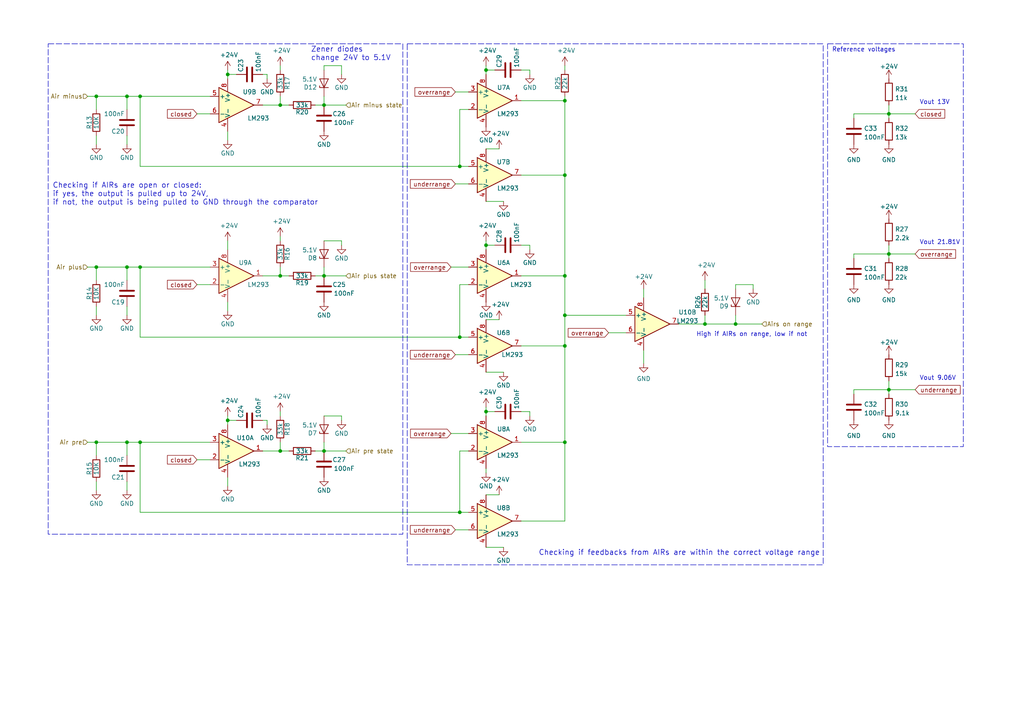
<source format=kicad_sch>
(kicad_sch (version 20230121) (generator eeschema)

  (uuid f9357b71-9677-40bb-9cce-e4c80582dfdb)

  (paper "A4")

  (title_block
    (title "AMS Master by Jakub Sułek")
    (date "2023-06-27")
    (rev "7")
  )

  (lib_symbols
    (symbol "Device:C" (pin_numbers hide) (pin_names (offset 0.254)) (in_bom yes) (on_board yes)
      (property "Reference" "C" (at 0.635 2.54 0)
        (effects (font (size 1.27 1.27)) (justify left))
      )
      (property "Value" "C" (at 0.635 -2.54 0)
        (effects (font (size 1.27 1.27)) (justify left))
      )
      (property "Footprint" "" (at 0.9652 -3.81 0)
        (effects (font (size 1.27 1.27)) hide)
      )
      (property "Datasheet" "~" (at 0 0 0)
        (effects (font (size 1.27 1.27)) hide)
      )
      (property "ki_keywords" "cap capacitor" (at 0 0 0)
        (effects (font (size 1.27 1.27)) hide)
      )
      (property "ki_description" "Unpolarized capacitor" (at 0 0 0)
        (effects (font (size 1.27 1.27)) hide)
      )
      (property "ki_fp_filters" "C_*" (at 0 0 0)
        (effects (font (size 1.27 1.27)) hide)
      )
      (symbol "C_0_1"
        (polyline
          (pts
            (xy -2.032 -0.762)
            (xy 2.032 -0.762)
          )
          (stroke (width 0.508) (type default))
          (fill (type none))
        )
        (polyline
          (pts
            (xy -2.032 0.762)
            (xy 2.032 0.762)
          )
          (stroke (width 0.508) (type default))
          (fill (type none))
        )
      )
      (symbol "C_1_1"
        (pin passive line (at 0 3.81 270) (length 2.794)
          (name "~" (effects (font (size 1.27 1.27))))
          (number "1" (effects (font (size 1.27 1.27))))
        )
        (pin passive line (at 0 -3.81 90) (length 2.794)
          (name "~" (effects (font (size 1.27 1.27))))
          (number "2" (effects (font (size 1.27 1.27))))
        )
      )
    )
    (symbol "Device:R" (pin_numbers hide) (pin_names (offset 0)) (in_bom yes) (on_board yes)
      (property "Reference" "R" (at 2.032 0 90)
        (effects (font (size 1.27 1.27)))
      )
      (property "Value" "R" (at 0 0 90)
        (effects (font (size 1.27 1.27)))
      )
      (property "Footprint" "" (at -1.778 0 90)
        (effects (font (size 1.27 1.27)) hide)
      )
      (property "Datasheet" "~" (at 0 0 0)
        (effects (font (size 1.27 1.27)) hide)
      )
      (property "ki_keywords" "R res resistor" (at 0 0 0)
        (effects (font (size 1.27 1.27)) hide)
      )
      (property "ki_description" "Resistor" (at 0 0 0)
        (effects (font (size 1.27 1.27)) hide)
      )
      (property "ki_fp_filters" "R_*" (at 0 0 0)
        (effects (font (size 1.27 1.27)) hide)
      )
      (symbol "R_0_1"
        (rectangle (start -1.016 -2.54) (end 1.016 2.54)
          (stroke (width 0.254) (type default))
          (fill (type none))
        )
      )
      (symbol "R_1_1"
        (pin passive line (at 0 3.81 270) (length 1.27)
          (name "~" (effects (font (size 1.27 1.27))))
          (number "1" (effects (font (size 1.27 1.27))))
        )
        (pin passive line (at 0 -3.81 90) (length 1.27)
          (name "~" (effects (font (size 1.27 1.27))))
          (number "2" (effects (font (size 1.27 1.27))))
        )
      )
    )
    (symbol "LM293_1" (pin_names (offset 0.127)) (in_bom yes) (on_board yes)
      (property "Reference" "U10" (at 2.54 3.81 0)
        (effects (font (size 1.27 1.27)))
      )
      (property "Value" "LM293" (at 3.81 -3.81 0)
        (effects (font (size 1.27 1.27)))
      )
      (property "Footprint" "Metropolia Motorsport:SOIC-8" (at -10.16 7.62 0)
        (effects (font (size 1.27 1.27)) hide)
      )
      (property "Datasheet" "" (at 0 5.08 0)
        (effects (font (size 1.27 1.27)) hide)
      )
      (property "ki_locked" "" (at 0 0 0)
        (effects (font (size 1.27 1.27)))
      )
      (symbol "LM293_1_1_1"
        (polyline
          (pts
            (xy -5.08 5.08)
            (xy 5.08 0)
            (xy -5.08 -5.08)
            (xy -5.08 5.08)
          )
          (stroke (width 0.254) (type default))
          (fill (type background))
        )
        (pin open_collector line (at 7.62 0 180) (length 2.54)
          (name "~" (effects (font (size 1.27 1.27))))
          (number "1" (effects (font (size 1.27 1.27))))
        )
        (pin input line (at -7.62 -2.54 0) (length 2.54)
          (name "-" (effects (font (size 1.27 1.27))))
          (number "2" (effects (font (size 1.27 1.27))))
        )
        (pin input line (at -7.62 2.54 0) (length 2.54)
          (name "+" (effects (font (size 1.27 1.27))))
          (number "3" (effects (font (size 1.27 1.27))))
        )
        (pin power_in line (at -2.54 -7.62 90) (length 3.81)
          (name "V-" (effects (font (size 1.27 1.27))))
          (number "4" (effects (font (size 1.27 1.27))))
        )
        (pin power_in line (at -2.54 7.62 270) (length 3.81)
          (name "V+" (effects (font (size 1.27 1.27))))
          (number "8" (effects (font (size 1.27 1.27))))
        )
      )
      (symbol "LM293_1_2_1"
        (polyline
          (pts
            (xy -5.08 5.08)
            (xy 5.08 0)
            (xy -5.08 -5.08)
            (xy -5.08 5.08)
          )
          (stroke (width 0.254) (type default))
          (fill (type background))
        )
        (pin power_in line (at -2.54 -7.62 90) (length 3.81)
          (name "V-" (effects (font (size 1.27 1.27))))
          (number "4" (effects (font (size 1.27 1.27))))
        )
        (pin input line (at -7.62 2.54 0) (length 2.54)
          (name "+" (effects (font (size 1.27 1.27))))
          (number "5" (effects (font (size 1.27 1.27))))
        )
        (pin input line (at -7.62 -2.54 0) (length 2.54)
          (name "-" (effects (font (size 1.27 1.27))))
          (number "6" (effects (font (size 1.27 1.27))))
        )
        (pin open_collector line (at 7.62 0 180) (length 2.54)
          (name "~" (effects (font (size 1.27 1.27))))
          (number "7" (effects (font (size 1.27 1.27))))
        )
        (pin power_in line (at -2.54 7.62 270) (length 3.81)
          (name "V+" (effects (font (size 1.27 1.27))))
          (number "8" (effects (font (size 1.27 1.27))))
        )
      )
    )
    (symbol "Metropolia Motorsport:LM293" (pin_names (offset 0.127)) (in_bom yes) (on_board yes)
      (property "Reference" "U" (at 3.81 3.81 0)
        (effects (font (size 1.27 1.27)) (justify left))
      )
      (property "Value" "LM293" (at 3.81 -3.81 0)
        (effects (font (size 1.27 1.27)) (justify left))
      )
      (property "Footprint" "Metropolia Motorsport:SOIC-8" (at -10.16 7.62 0)
        (effects (font (size 1.27 1.27)) hide)
      )
      (property "Datasheet" "" (at 0 5.08 0)
        (effects (font (size 1.27 1.27)) hide)
      )
      (property "ki_locked" "" (at 0 0 0)
        (effects (font (size 1.27 1.27)))
      )
      (symbol "LM293_1_1"
        (polyline
          (pts
            (xy -5.08 5.08)
            (xy 5.08 0)
            (xy -5.08 -5.08)
            (xy -5.08 5.08)
          )
          (stroke (width 0.254) (type default))
          (fill (type background))
        )
        (pin open_collector line (at 7.62 0 180) (length 2.54)
          (name "~" (effects (font (size 1.27 1.27))))
          (number "1" (effects (font (size 1.27 1.27))))
        )
        (pin input line (at -7.62 -2.54 0) (length 2.54)
          (name "-" (effects (font (size 1.27 1.27))))
          (number "2" (effects (font (size 1.27 1.27))))
        )
        (pin input line (at -7.62 2.54 0) (length 2.54)
          (name "+" (effects (font (size 1.27 1.27))))
          (number "3" (effects (font (size 1.27 1.27))))
        )
        (pin power_in line (at -2.54 -7.62 90) (length 3.81)
          (name "V-" (effects (font (size 1.27 1.27))))
          (number "4" (effects (font (size 1.27 1.27))))
        )
        (pin power_in line (at -2.54 7.62 270) (length 3.81)
          (name "V+" (effects (font (size 1.27 1.27))))
          (number "8" (effects (font (size 1.27 1.27))))
        )
      )
      (symbol "LM293_2_1"
        (polyline
          (pts
            (xy -5.08 5.08)
            (xy 5.08 0)
            (xy -5.08 -5.08)
            (xy -5.08 5.08)
          )
          (stroke (width 0.254) (type default))
          (fill (type background))
        )
        (pin power_in line (at -2.54 -7.62 90) (length 3.81)
          (name "V-" (effects (font (size 1.27 1.27))))
          (number "4" (effects (font (size 1.27 1.27))))
        )
        (pin input line (at -7.62 2.54 0) (length 2.54)
          (name "+" (effects (font (size 1.27 1.27))))
          (number "5" (effects (font (size 1.27 1.27))))
        )
        (pin input line (at -7.62 -2.54 0) (length 2.54)
          (name "-" (effects (font (size 1.27 1.27))))
          (number "6" (effects (font (size 1.27 1.27))))
        )
        (pin open_collector line (at 7.62 0 180) (length 2.54)
          (name "~" (effects (font (size 1.27 1.27))))
          (number "7" (effects (font (size 1.27 1.27))))
        )
        (pin power_in line (at -2.54 7.62 270) (length 3.81)
          (name "V+" (effects (font (size 1.27 1.27))))
          (number "8" (effects (font (size 1.27 1.27))))
        )
      )
    )
    (symbol "TSAL_PCB_2019_v0-rescue:D_Zener-general" (pin_numbers hide) (pin_names (offset 1.016) hide) (in_bom yes) (on_board yes)
      (property "Reference" "D" (at 0 2.54 0)
        (effects (font (size 1.27 1.27)))
      )
      (property "Value" "D_Zener-general" (at 0 -2.54 0)
        (effects (font (size 1.27 1.27)))
      )
      (property "Footprint" "general:SOD-323" (at -2.54 0 0)
        (effects (font (size 1.27 1.27)) hide)
      )
      (property "Datasheet" "" (at 0 2.54 0)
        (effects (font (size 1.27 1.27)) hide)
      )
      (property "ki_fp_filters" "TO-???* *SingleDiode *_Diode_* *SingleDiode* D_*" (at 0 0 0)
        (effects (font (size 1.27 1.27)) hide)
      )
      (symbol "D_Zener-general_0_1"
        (polyline
          (pts
            (xy 1.27 0)
            (xy -1.27 0)
          )
          (stroke (width 0) (type default))
          (fill (type none))
        )
        (polyline
          (pts
            (xy -1.27 -1.27)
            (xy -1.27 1.27)
            (xy -0.762 1.27)
          )
          (stroke (width 0.2032) (type default))
          (fill (type none))
        )
        (polyline
          (pts
            (xy 1.27 -1.27)
            (xy 1.27 1.27)
            (xy -1.27 0)
            (xy 1.27 -1.27)
          )
          (stroke (width 0.2032) (type default))
          (fill (type none))
        )
      )
      (symbol "D_Zener-general_1_1"
        (pin passive line (at -3.81 0 0) (length 2.54)
          (name "K" (effects (font (size 1.27 1.27))))
          (number "1" (effects (font (size 1.27 1.27))))
        )
        (pin passive line (at 3.81 0 180) (length 2.54)
          (name "A" (effects (font (size 1.27 1.27))))
          (number "2" (effects (font (size 1.27 1.27))))
        )
      )
    )
    (symbol "power:+24V" (power) (pin_names (offset 0)) (in_bom yes) (on_board yes)
      (property "Reference" "#PWR" (at 0 -3.81 0)
        (effects (font (size 1.27 1.27)) hide)
      )
      (property "Value" "+24V" (at 0 3.556 0)
        (effects (font (size 1.27 1.27)))
      )
      (property "Footprint" "" (at 0 0 0)
        (effects (font (size 1.27 1.27)) hide)
      )
      (property "Datasheet" "" (at 0 0 0)
        (effects (font (size 1.27 1.27)) hide)
      )
      (property "ki_keywords" "power-flag" (at 0 0 0)
        (effects (font (size 1.27 1.27)) hide)
      )
      (property "ki_description" "Power symbol creates a global label with name \"+24V\"" (at 0 0 0)
        (effects (font (size 1.27 1.27)) hide)
      )
      (symbol "+24V_0_1"
        (polyline
          (pts
            (xy -0.762 1.27)
            (xy 0 2.54)
          )
          (stroke (width 0) (type default))
          (fill (type none))
        )
        (polyline
          (pts
            (xy 0 0)
            (xy 0 2.54)
          )
          (stroke (width 0) (type default))
          (fill (type none))
        )
        (polyline
          (pts
            (xy 0 2.54)
            (xy 0.762 1.27)
          )
          (stroke (width 0) (type default))
          (fill (type none))
        )
      )
      (symbol "+24V_1_1"
        (pin power_in line (at 0 0 90) (length 0) hide
          (name "+24V" (effects (font (size 1.27 1.27))))
          (number "1" (effects (font (size 1.27 1.27))))
        )
      )
    )
    (symbol "power:GND" (power) (pin_names (offset 0)) (in_bom yes) (on_board yes)
      (property "Reference" "#PWR" (at 0 -6.35 0)
        (effects (font (size 1.27 1.27)) hide)
      )
      (property "Value" "GND" (at 0 -3.81 0)
        (effects (font (size 1.27 1.27)))
      )
      (property "Footprint" "" (at 0 0 0)
        (effects (font (size 1.27 1.27)) hide)
      )
      (property "Datasheet" "" (at 0 0 0)
        (effects (font (size 1.27 1.27)) hide)
      )
      (property "ki_keywords" "power-flag" (at 0 0 0)
        (effects (font (size 1.27 1.27)) hide)
      )
      (property "ki_description" "Power symbol creates a global label with name \"GND\" , ground" (at 0 0 0)
        (effects (font (size 1.27 1.27)) hide)
      )
      (symbol "GND_0_1"
        (polyline
          (pts
            (xy 0 0)
            (xy 0 -1.27)
            (xy 1.27 -1.27)
            (xy 0 -2.54)
            (xy -1.27 -1.27)
            (xy 0 -1.27)
          )
          (stroke (width 0) (type default))
          (fill (type none))
        )
      )
      (symbol "GND_1_1"
        (pin power_in line (at 0 0 270) (length 0) hide
          (name "GND" (effects (font (size 1.27 1.27))))
          (number "1" (effects (font (size 1.27 1.27))))
        )
      )
    )
  )

  (junction (at 163.83 100.33) (diameter 0) (color 0 0 0 0)
    (uuid 08c33d48-89e3-4dd8-9f97-e30ce0ad1682)
  )
  (junction (at 163.83 50.8) (diameter 0) (color 0 0 0 0)
    (uuid 0a8e63b9-adac-4267-a06e-86374ac36688)
  )
  (junction (at 163.83 91.44) (diameter 0) (color 0 0 0 0)
    (uuid 0bc54d8d-d937-46b5-bed7-5fe2dfdc02f2)
  )
  (junction (at 93.98 30.48) (diameter 0) (color 0 0 0 0)
    (uuid 113a6643-9566-4665-acde-3b7a72e5e4d4)
  )
  (junction (at 163.83 29.21) (diameter 0) (color 0 0 0 0)
    (uuid 12c48f0d-2db6-4337-bccd-dedb7ced5d8e)
  )
  (junction (at 81.28 30.48) (diameter 0) (color 0 0 0 0)
    (uuid 270bb1ac-2d50-46d8-9fdd-6cdd602bdbe1)
  )
  (junction (at 27.94 27.94) (diameter 0) (color 0 0 0 0)
    (uuid 2b1f9be3-8394-4beb-bc46-8464d0612521)
  )
  (junction (at 140.97 71.12) (diameter 0) (color 0 0 0 0)
    (uuid 32b53997-09a4-4de4-9846-4c3ecfe25c72)
  )
  (junction (at 66.04 21.59) (diameter 0) (color 0 0 0 0)
    (uuid 384d4ee7-1150-471f-a27d-71c467711f5a)
  )
  (junction (at 66.04 121.92) (diameter 0) (color 0 0 0 0)
    (uuid 410fb6be-42f9-4b0e-b6f9-af17cb36e6d9)
  )
  (junction (at 81.28 130.81) (diameter 0) (color 0 0 0 0)
    (uuid 4a18a93d-5563-491a-9954-809263016781)
  )
  (junction (at 27.94 77.47) (diameter 0) (color 0 0 0 0)
    (uuid 531f6fc7-84e1-4128-b23b-d418cd906ec2)
  )
  (junction (at 40.64 27.94) (diameter 0) (color 0 0 0 0)
    (uuid 55068163-65fe-442e-afa2-121b63b87861)
  )
  (junction (at 257.81 73.66) (diameter 0) (color 0 0 0 0)
    (uuid 56f0ca74-8290-4113-9643-a879760984dc)
  )
  (junction (at 40.64 77.47) (diameter 0) (color 0 0 0 0)
    (uuid 64649a97-e476-44c5-8f14-eed1f3065f0b)
  )
  (junction (at 140.97 20.32) (diameter 0) (color 0 0 0 0)
    (uuid 83b636be-96ba-40dc-8d06-b42cb6788cdb)
  )
  (junction (at 133.35 48.26) (diameter 0) (color 0 0 0 0)
    (uuid 8efc84d3-172b-469c-814a-bc16b66b5444)
  )
  (junction (at 204.47 93.98) (diameter 0) (color 0 0 0 0)
    (uuid 90ecaf62-afda-48c8-aac8-c2ce8a615a10)
  )
  (junction (at 163.83 80.01) (diameter 0) (color 0 0 0 0)
    (uuid 9678a75c-4100-4499-84fc-81b10929afce)
  )
  (junction (at 36.83 27.94) (diameter 0) (color 0 0 0 0)
    (uuid 996d8a4e-1675-4d55-96f0-83523e2d6940)
  )
  (junction (at 36.83 128.27) (diameter 0) (color 0 0 0 0)
    (uuid 9dc2f784-ab26-446d-83e3-d8cee55c445c)
  )
  (junction (at 27.94 128.27) (diameter 0) (color 0 0 0 0)
    (uuid a225bb9d-be1f-4d74-a6b2-bed0c14c0b87)
  )
  (junction (at 213.36 93.98) (diameter 0) (color 0 0 0 0)
    (uuid a37cd72e-09ab-482f-9690-bd5d4d423c92)
  )
  (junction (at 257.81 33.02) (diameter 0) (color 0 0 0 0)
    (uuid a40850b2-7aa3-4a68-96f1-b2b4e1c69011)
  )
  (junction (at 36.83 77.47) (diameter 0) (color 0 0 0 0)
    (uuid baa95968-add2-4218-9177-751c5af6dfac)
  )
  (junction (at 93.98 130.81) (diameter 0) (color 0 0 0 0)
    (uuid c17a38ab-ed3f-4663-9786-5e8d6bf44511)
  )
  (junction (at 163.83 128.27) (diameter 0) (color 0 0 0 0)
    (uuid c2921faf-2ba6-4c9f-837b-e53b78312634)
  )
  (junction (at 40.64 128.27) (diameter 0) (color 0 0 0 0)
    (uuid c32054ce-ab59-4c06-b588-deae0ea40b68)
  )
  (junction (at 257.81 113.03) (diameter 0) (color 0 0 0 0)
    (uuid d6447141-af26-47cd-acbd-57f38353b84a)
  )
  (junction (at 140.97 119.38) (diameter 0) (color 0 0 0 0)
    (uuid dbfe3cee-dc3d-46d8-a1c0-c3163582109e)
  )
  (junction (at 93.98 80.01) (diameter 0) (color 0 0 0 0)
    (uuid e2acaa46-0b8d-44a4-9a1b-6a66635fbe4a)
  )
  (junction (at 133.35 148.59) (diameter 0) (color 0 0 0 0)
    (uuid e5d129f5-960a-4370-bad4-f0b8fde4f079)
  )
  (junction (at 133.35 97.79) (diameter 0) (color 0 0 0 0)
    (uuid fadf2e07-dcfe-4d94-9c6c-f79154346949)
  )
  (junction (at 81.28 80.01) (diameter 0) (color 0 0 0 0)
    (uuid fec08dbb-f626-4b14-9af1-356cc9dcf572)
  )

  (wire (pts (xy 247.65 73.66) (xy 257.81 73.66))
    (stroke (width 0) (type default))
    (uuid 01778887-76fd-43fb-aac9-2fb3c630e244)
  )
  (wire (pts (xy 143.51 71.12) (xy 140.97 71.12))
    (stroke (width 0) (type default))
    (uuid 03b1e467-5d60-423b-bc6c-578c360ad675)
  )
  (wire (pts (xy 81.28 77.47) (xy 81.28 80.01))
    (stroke (width 0) (type default))
    (uuid 03d3d1d7-6708-4b57-9e4d-063bfb74792b)
  )
  (wire (pts (xy 163.83 50.8) (xy 163.83 80.01))
    (stroke (width 0) (type default))
    (uuid 055cabb7-6668-4694-9920-e2df1da5743f)
  )
  (wire (pts (xy 140.97 158.75) (xy 146.05 158.75))
    (stroke (width 0) (type default))
    (uuid 05c4c40d-4808-4f59-9cd9-8e8ad1c26782)
  )
  (wire (pts (xy 40.64 148.59) (xy 133.35 148.59))
    (stroke (width 0) (type default))
    (uuid 06a9d489-696b-4731-8516-bfc95c2cd2b6)
  )
  (wire (pts (xy 133.35 130.81) (xy 135.89 130.81))
    (stroke (width 0) (type default))
    (uuid 080ebbd8-faac-4a4f-b3d1-b70f0c9b79e6)
  )
  (wire (pts (xy 257.81 73.66) (xy 265.43 73.66))
    (stroke (width 0) (type default))
    (uuid 08436f67-33c3-44d2-9f34-d67b5ced95b8)
  )
  (wire (pts (xy 163.83 29.21) (xy 163.83 50.8))
    (stroke (width 0) (type default))
    (uuid 087c467f-6422-445e-a6d6-3211332048cf)
  )
  (wire (pts (xy 257.81 113.03) (xy 265.43 113.03))
    (stroke (width 0) (type default))
    (uuid 08cca4f5-a258-472f-bd56-255586735bce)
  )
  (wire (pts (xy 76.2 80.01) (xy 81.28 80.01))
    (stroke (width 0) (type default))
    (uuid 0f2be262-260c-4a6f-b647-e4fe7ad94502)
  )
  (wire (pts (xy 76.2 130.81) (xy 81.28 130.81))
    (stroke (width 0) (type default))
    (uuid 14d3d555-2ab5-437c-bc61-e2846a2ce026)
  )
  (wire (pts (xy 81.28 30.48) (xy 83.82 30.48))
    (stroke (width 0) (type default))
    (uuid 161d3acf-8bdc-4cac-bcc5-92744248dcbc)
  )
  (wire (pts (xy 57.15 82.55) (xy 60.96 82.55))
    (stroke (width 0) (type default))
    (uuid 173d946d-7404-4004-95b5-892a3fa99f11)
  )
  (wire (pts (xy 60.96 77.47) (xy 40.64 77.47))
    (stroke (width 0) (type default))
    (uuid 17ca6664-f55d-49e0-bfa7-740cdbd89535)
  )
  (wire (pts (xy 27.94 139.7) (xy 27.94 142.24))
    (stroke (width 0) (type default))
    (uuid 1a841276-2399-4cc9-9684-cd8d29eb439d)
  )
  (wire (pts (xy 257.81 33.02) (xy 265.43 33.02))
    (stroke (width 0) (type default))
    (uuid 20965953-4a77-4bd2-9448-7209fb4ad387)
  )
  (wire (pts (xy 77.47 21.59) (xy 77.47 22.86))
    (stroke (width 0) (type default))
    (uuid 228d1334-d968-4d76-88eb-0f76b63efcc1)
  )
  (wire (pts (xy 204.47 91.44) (xy 204.47 93.98))
    (stroke (width 0) (type default))
    (uuid 29169e17-f353-49f7-b8dc-50465bf017ab)
  )
  (wire (pts (xy 27.94 132.08) (xy 27.94 128.27))
    (stroke (width 0) (type default))
    (uuid 295b1c7a-754f-41e2-9259-c94cc0d06353)
  )
  (wire (pts (xy 81.28 128.27) (xy 81.28 130.81))
    (stroke (width 0) (type default))
    (uuid 2ae4aa75-c232-4577-b754-9300a08e99ce)
  )
  (wire (pts (xy 93.98 77.47) (xy 93.98 80.01))
    (stroke (width 0) (type default))
    (uuid 2c5f42a0-3fb0-4017-8fe4-b70e7194a801)
  )
  (wire (pts (xy 57.15 133.35) (xy 60.96 133.35))
    (stroke (width 0) (type default))
    (uuid 2cf73c62-4e4a-42ef-9de3-50d55aa9b07c)
  )
  (wire (pts (xy 93.98 120.65) (xy 99.06 120.65))
    (stroke (width 0) (type default))
    (uuid 2ee9526e-d81d-4a14-a9e7-61923d428a27)
  )
  (wire (pts (xy 36.83 128.27) (xy 36.83 132.08))
    (stroke (width 0) (type default))
    (uuid 2f17bac9-9003-460d-a3d1-583c590473c4)
  )
  (wire (pts (xy 151.13 151.13) (xy 163.83 151.13))
    (stroke (width 0) (type default))
    (uuid 34929c5e-1a57-48ca-b9cc-1e0d3d006a7d)
  )
  (wire (pts (xy 93.98 69.85) (xy 99.06 69.85))
    (stroke (width 0) (type default))
    (uuid 36b31379-7233-4111-a2e9-d1fcc944f1c6)
  )
  (wire (pts (xy 140.97 120.65) (xy 140.97 119.38))
    (stroke (width 0) (type default))
    (uuid 3712c28e-b8bc-498d-af99-ab3682e1e1fe)
  )
  (wire (pts (xy 140.97 19.05) (xy 140.97 20.32))
    (stroke (width 0) (type default))
    (uuid 37ad6b20-1be3-43e9-88b1-898c3035f534)
  )
  (wire (pts (xy 257.81 30.48) (xy 257.81 33.02))
    (stroke (width 0) (type default))
    (uuid 386e2ddd-a025-4daa-b243-be3b998806bd)
  )
  (wire (pts (xy 66.04 20.32) (xy 66.04 21.59))
    (stroke (width 0) (type default))
    (uuid 39a1434f-2d7f-4a45-9d6a-294ecfb67c25)
  )
  (wire (pts (xy 257.81 73.66) (xy 257.81 74.93))
    (stroke (width 0) (type default))
    (uuid 3d39a70c-ef9e-47f5-a101-bd0983afb5f2)
  )
  (wire (pts (xy 99.06 19.05) (xy 99.06 21.59))
    (stroke (width 0) (type default))
    (uuid 3d419b35-16b6-4708-91b8-2c0c77458eec)
  )
  (wire (pts (xy 130.81 125.73) (xy 135.89 125.73))
    (stroke (width 0) (type default))
    (uuid 3ddf2bf8-4d66-4f05-a0cf-3880f684712e)
  )
  (wire (pts (xy 163.83 91.44) (xy 181.61 91.44))
    (stroke (width 0) (type default))
    (uuid 3e5187b4-1102-4d95-b0f8-42195ecaf2d2)
  )
  (wire (pts (xy 151.13 100.33) (xy 163.83 100.33))
    (stroke (width 0) (type default))
    (uuid 4019b625-46c7-47d9-9cb2-5988be6495ad)
  )
  (wire (pts (xy 186.69 101.6) (xy 186.69 105.41))
    (stroke (width 0) (type default))
    (uuid 419b8ada-9343-4752-b94f-d72a07e7f621)
  )
  (wire (pts (xy 140.97 21.59) (xy 140.97 20.32))
    (stroke (width 0) (type default))
    (uuid 43699853-47f3-49a9-9ce5-dab434fc9bfd)
  )
  (wire (pts (xy 81.28 80.01) (xy 83.82 80.01))
    (stroke (width 0) (type default))
    (uuid 4578d97e-4591-447c-b676-2060e5892c0e)
  )
  (wire (pts (xy 140.97 92.71) (xy 144.78 92.71))
    (stroke (width 0) (type default))
    (uuid 4596abe9-d4f9-46f4-9ec5-39208344f95b)
  )
  (wire (pts (xy 81.28 120.65) (xy 81.28 119.38))
    (stroke (width 0) (type default))
    (uuid 46eac263-3677-4de3-8db3-b13fd84f38cc)
  )
  (wire (pts (xy 151.13 50.8) (xy 163.83 50.8))
    (stroke (width 0) (type default))
    (uuid 47bc8b3b-7bcc-4e53-97cd-757f6e36aa9a)
  )
  (wire (pts (xy 36.83 39.37) (xy 36.83 41.91))
    (stroke (width 0) (type default))
    (uuid 4b893968-03cc-4121-8da8-0038889ca739)
  )
  (wire (pts (xy 163.83 20.32) (xy 163.83 19.05))
    (stroke (width 0) (type default))
    (uuid 4decf807-6c49-4c34-b3d8-4ecb2091d3a3)
  )
  (wire (pts (xy 140.97 143.51) (xy 144.78 143.51))
    (stroke (width 0) (type default))
    (uuid 4dfe53c2-5054-4316-ba87-2974b04975bb)
  )
  (wire (pts (xy 213.36 82.55) (xy 213.36 83.82))
    (stroke (width 0) (type default))
    (uuid 50c04913-f986-46e2-88b0-022b06c91f24)
  )
  (wire (pts (xy 57.15 33.02) (xy 60.96 33.02))
    (stroke (width 0) (type default))
    (uuid 5214e772-b61d-4759-9c35-f710bf565cd1)
  )
  (wire (pts (xy 140.97 135.89) (xy 140.97 137.16))
    (stroke (width 0) (type default))
    (uuid 53732192-0b4b-42ed-aa6b-ec8c0f023fd5)
  )
  (wire (pts (xy 133.35 148.59) (xy 133.35 130.81))
    (stroke (width 0) (type default))
    (uuid 554b8126-a515-4fb8-b138-cbbc6785636d)
  )
  (wire (pts (xy 151.13 71.12) (xy 153.67 71.12))
    (stroke (width 0) (type default))
    (uuid 5a80a227-9703-473f-8b82-e05275a320ac)
  )
  (wire (pts (xy 36.83 77.47) (xy 40.64 77.47))
    (stroke (width 0) (type default))
    (uuid 5c6dc06f-beff-48ed-9575-4cb5f3ae2795)
  )
  (wire (pts (xy 132.08 153.67) (xy 135.89 153.67))
    (stroke (width 0) (type default))
    (uuid 5c79d004-e52d-4fd0-8e82-fd23c2977dbd)
  )
  (wire (pts (xy 93.98 130.81) (xy 100.33 130.81))
    (stroke (width 0) (type default))
    (uuid 5f07d315-471f-4c59-8d0d-5340db0e1a29)
  )
  (wire (pts (xy 140.97 43.18) (xy 144.78 43.18))
    (stroke (width 0) (type default))
    (uuid 63309421-97c7-460f-8336-70a25580f0fa)
  )
  (wire (pts (xy 36.83 77.47) (xy 36.83 81.28))
    (stroke (width 0) (type default))
    (uuid 63a264f5-66e1-460e-85ad-d8a5f606f066)
  )
  (wire (pts (xy 81.28 20.32) (xy 81.28 19.05))
    (stroke (width 0) (type default))
    (uuid 66fc4727-0639-4676-8913-b068f676df9c)
  )
  (wire (pts (xy 163.83 91.44) (xy 163.83 100.33))
    (stroke (width 0) (type default))
    (uuid 69ebae65-4964-439d-b03c-59f4d4b00da4)
  )
  (wire (pts (xy 204.47 81.28) (xy 204.47 83.82))
    (stroke (width 0) (type default))
    (uuid 6cb0fa11-327c-4da9-9b37-72e7a37f80a1)
  )
  (wire (pts (xy 36.83 128.27) (xy 40.64 128.27))
    (stroke (width 0) (type default))
    (uuid 6ebe3e78-cd3a-4d4f-8ae6-44a17bedb7ac)
  )
  (wire (pts (xy 151.13 20.32) (xy 153.67 20.32))
    (stroke (width 0) (type default))
    (uuid 700dc22e-2852-4e69-a49d-d2e25d9a09a1)
  )
  (wire (pts (xy 140.97 107.95) (xy 146.05 107.95))
    (stroke (width 0) (type default))
    (uuid 707e1bcf-65b7-4f22-9824-faae60d61cb5)
  )
  (wire (pts (xy 132.08 26.67) (xy 135.89 26.67))
    (stroke (width 0) (type default))
    (uuid 7364c03d-5da7-4b9b-9a78-febbf92da1a5)
  )
  (wire (pts (xy 66.04 21.59) (xy 68.58 21.59))
    (stroke (width 0) (type default))
    (uuid 7381af55-8d4e-444e-b03c-e17d2199d163)
  )
  (wire (pts (xy 132.08 102.87) (xy 135.89 102.87))
    (stroke (width 0) (type default))
    (uuid 73e2c3f6-5f8a-4d52-9e26-cab92b403ca1)
  )
  (wire (pts (xy 25.4 77.47) (xy 27.94 77.47))
    (stroke (width 0) (type default))
    (uuid 75a337f2-4af4-4640-ac0c-ea31afdd01b0)
  )
  (wire (pts (xy 257.81 110.49) (xy 257.81 113.03))
    (stroke (width 0) (type default))
    (uuid 75aa8abe-20de-4aef-94e3-a0de93c74afb)
  )
  (wire (pts (xy 247.65 74.93) (xy 247.65 73.66))
    (stroke (width 0) (type default))
    (uuid 7648b56f-4450-42c8-ada1-0210b80a1ea3)
  )
  (wire (pts (xy 163.83 100.33) (xy 163.83 128.27))
    (stroke (width 0) (type default))
    (uuid 76beb60c-4f51-4097-b70d-5af43d52da58)
  )
  (wire (pts (xy 40.64 148.59) (xy 40.64 128.27))
    (stroke (width 0) (type default))
    (uuid 77a85d8e-9469-4589-8c43-5aff0803bc5a)
  )
  (wire (pts (xy 93.98 128.27) (xy 93.98 130.81))
    (stroke (width 0) (type default))
    (uuid 77b308e0-9dfd-4a06-b34d-96bd448c7f9c)
  )
  (wire (pts (xy 140.97 72.39) (xy 140.97 71.12))
    (stroke (width 0) (type default))
    (uuid 78d75c34-b42d-4b75-a6d1-5fa377995f70)
  )
  (wire (pts (xy 68.58 121.92) (xy 66.04 121.92))
    (stroke (width 0) (type default))
    (uuid 799c5a77-0947-4ab4-9475-2c2a8d10a5b1)
  )
  (wire (pts (xy 93.98 19.05) (xy 93.98 20.32))
    (stroke (width 0) (type default))
    (uuid 7dd21c38-ee14-405e-95ec-1cca2cd86831)
  )
  (wire (pts (xy 257.81 33.02) (xy 257.81 34.29))
    (stroke (width 0) (type default))
    (uuid 7f62a1f0-e44d-4f01-b6ee-007c6473308b)
  )
  (wire (pts (xy 135.89 77.47) (xy 130.81 77.47))
    (stroke (width 0) (type default))
    (uuid 8108083f-7d51-4206-bf45-cd20eb164cac)
  )
  (wire (pts (xy 163.83 27.94) (xy 163.83 29.21))
    (stroke (width 0) (type default))
    (uuid 81752419-7b23-4388-8517-38d1887249fc)
  )
  (wire (pts (xy 91.44 30.48) (xy 93.98 30.48))
    (stroke (width 0) (type default))
    (uuid 81ad42de-1c50-4bc0-b65d-99cfa862c935)
  )
  (wire (pts (xy 76.2 121.92) (xy 77.47 121.92))
    (stroke (width 0) (type default))
    (uuid 83f60a69-a85a-411a-899e-701a54aba55b)
  )
  (wire (pts (xy 247.65 113.03) (xy 257.81 113.03))
    (stroke (width 0) (type default))
    (uuid 8477b767-1eb7-41d6-b552-9b0003f2df40)
  )
  (wire (pts (xy 81.28 69.85) (xy 81.28 68.58))
    (stroke (width 0) (type default))
    (uuid 854bcfb9-96fc-4c2f-98b0-0de6884a06ee)
  )
  (wire (pts (xy 66.04 121.92) (xy 66.04 120.65))
    (stroke (width 0) (type default))
    (uuid 85c525cc-c433-4cd7-9114-c1fc3acba1b8)
  )
  (wire (pts (xy 163.83 128.27) (xy 163.83 151.13))
    (stroke (width 0) (type default))
    (uuid 85fdc7ad-1fca-4c12-9fc1-1650a946dab3)
  )
  (wire (pts (xy 27.94 77.47) (xy 36.83 77.47))
    (stroke (width 0) (type default))
    (uuid 86c971c3-9eb3-4b88-8afb-cab6d508c3e6)
  )
  (wire (pts (xy 27.94 128.27) (xy 36.83 128.27))
    (stroke (width 0) (type default))
    (uuid 8802c2f3-eca9-44ac-b940-b607fd3ec6b6)
  )
  (wire (pts (xy 151.13 128.27) (xy 163.83 128.27))
    (stroke (width 0) (type default))
    (uuid 880ec61f-5842-4562-a655-6f6733bf6b38)
  )
  (wire (pts (xy 93.98 27.94) (xy 93.98 30.48))
    (stroke (width 0) (type default))
    (uuid 88b9d6cb-8ead-4a89-aa45-33783d47953c)
  )
  (wire (pts (xy 99.06 120.65) (xy 99.06 121.92))
    (stroke (width 0) (type default))
    (uuid 88eb6ff0-b6a6-42a8-b0c2-fac5955dcf8a)
  )
  (wire (pts (xy 135.89 97.79) (xy 133.35 97.79))
    (stroke (width 0) (type default))
    (uuid 8e6d25fc-b3c3-4a1a-9e30-2fcd74b1d42b)
  )
  (wire (pts (xy 93.98 19.05) (xy 99.06 19.05))
    (stroke (width 0) (type default))
    (uuid 8eb6f7dc-4b0c-4e44-816d-5c30355dcf88)
  )
  (wire (pts (xy 66.04 69.85) (xy 66.04 72.39))
    (stroke (width 0) (type default))
    (uuid 91f76baa-f170-47ec-acbb-dee98c6520ba)
  )
  (wire (pts (xy 40.64 27.94) (xy 60.96 27.94))
    (stroke (width 0) (type default))
    (uuid 93533507-60da-4353-a98b-34c35f58d2e9)
  )
  (wire (pts (xy 204.47 93.98) (xy 213.36 93.98))
    (stroke (width 0) (type default))
    (uuid 95e7d686-8114-4067-9ce2-46f706cbb8aa)
  )
  (wire (pts (xy 81.28 27.94) (xy 81.28 30.48))
    (stroke (width 0) (type default))
    (uuid 95f016f4-c470-484d-a926-fc7ce0b86c6f)
  )
  (wire (pts (xy 186.69 83.82) (xy 186.69 86.36))
    (stroke (width 0) (type default))
    (uuid 97b7868b-8fe0-48e5-8fd3-e5b649ca71f7)
  )
  (wire (pts (xy 143.51 119.38) (xy 140.97 119.38))
    (stroke (width 0) (type default))
    (uuid 99e34fc8-b11b-4ab0-9533-e96a9451d142)
  )
  (wire (pts (xy 133.35 31.75) (xy 133.35 48.26))
    (stroke (width 0) (type default))
    (uuid 9c28687d-04d9-4821-986a-17fec7d70f6b)
  )
  (wire (pts (xy 218.44 83.82) (xy 218.44 82.55))
    (stroke (width 0) (type default))
    (uuid 9ca40e0d-b053-4508-87ca-525e70b212ae)
  )
  (wire (pts (xy 151.13 119.38) (xy 153.67 119.38))
    (stroke (width 0) (type default))
    (uuid a1fd2deb-ddc4-49c0-8a10-e131e18c1f77)
  )
  (wire (pts (xy 99.06 69.85) (xy 99.06 71.12))
    (stroke (width 0) (type default))
    (uuid a347f119-94b8-45bc-9bf0-0b4d8bf7804a)
  )
  (wire (pts (xy 93.98 80.01) (xy 100.33 80.01))
    (stroke (width 0) (type default))
    (uuid a3a8a250-a897-497c-b40d-d92627d5a65d)
  )
  (wire (pts (xy 247.65 34.29) (xy 247.65 33.02))
    (stroke (width 0) (type default))
    (uuid a5a157b9-0268-4081-b0c0-7e9a227a68e1)
  )
  (wire (pts (xy 151.13 80.01) (xy 163.83 80.01))
    (stroke (width 0) (type default))
    (uuid a6052854-1dfc-4bfe-8032-7261d26fcebe)
  )
  (wire (pts (xy 27.94 88.9) (xy 27.94 91.44))
    (stroke (width 0) (type default))
    (uuid a973b034-fe66-4c09-8782-3596630138fe)
  )
  (wire (pts (xy 91.44 80.01) (xy 93.98 80.01))
    (stroke (width 0) (type default))
    (uuid a9ef1ddf-c063-4d9d-85c3-811c967b54fd)
  )
  (wire (pts (xy 27.94 81.28) (xy 27.94 77.47))
    (stroke (width 0) (type default))
    (uuid ad855b12-6cd7-4648-a16a-cb848dc28707)
  )
  (wire (pts (xy 153.67 71.12) (xy 153.67 72.39))
    (stroke (width 0) (type default))
    (uuid aecb3411-bc37-4c12-8f1e-c50e9b4eb72e)
  )
  (wire (pts (xy 36.83 27.94) (xy 40.64 27.94))
    (stroke (width 0) (type default))
    (uuid b20df63a-a3e4-45c8-bea0-e915e40277d3)
  )
  (wire (pts (xy 133.35 97.79) (xy 133.35 82.55))
    (stroke (width 0) (type default))
    (uuid b296a201-15b1-44e8-aded-f15c0be4918c)
  )
  (wire (pts (xy 151.13 29.21) (xy 163.83 29.21))
    (stroke (width 0) (type default))
    (uuid b2c93fce-60bb-45e4-89b2-8c4f2e501c78)
  )
  (wire (pts (xy 25.4 27.94) (xy 27.94 27.94))
    (stroke (width 0) (type default))
    (uuid b57baf66-697a-4a73-b172-95921fae2dbd)
  )
  (wire (pts (xy 153.67 119.38) (xy 153.67 120.65))
    (stroke (width 0) (type default))
    (uuid b7ef5ff1-ab99-4602-a30b-caa674a060e9)
  )
  (wire (pts (xy 213.36 93.98) (xy 220.98 93.98))
    (stroke (width 0) (type default))
    (uuid b99f81f5-4cb3-49ea-b275-4a98b9437755)
  )
  (wire (pts (xy 27.94 39.37) (xy 27.94 41.91))
    (stroke (width 0) (type default))
    (uuid ba2b48fe-16a3-416a-8bb5-5ec2541ca538)
  )
  (wire (pts (xy 66.04 87.63) (xy 66.04 90.17))
    (stroke (width 0) (type default))
    (uuid bbbe08c1-b200-4442-9ff9-535185b94783)
  )
  (wire (pts (xy 27.94 31.75) (xy 27.94 27.94))
    (stroke (width 0) (type default))
    (uuid c032cea3-ffa2-4ed8-b1de-064115e9f932)
  )
  (wire (pts (xy 66.04 123.19) (xy 66.04 121.92))
    (stroke (width 0) (type default))
    (uuid c55526d6-1f3c-4c91-a24c-219bb8d2ea4b)
  )
  (wire (pts (xy 25.4 128.27) (xy 27.94 128.27))
    (stroke (width 0) (type default))
    (uuid c9744f48-9632-49bd-8f1c-bb5338400e40)
  )
  (wire (pts (xy 153.67 20.32) (xy 153.67 21.59))
    (stroke (width 0) (type default))
    (uuid caddc713-4baf-424c-8b42-b67eb5c25b50)
  )
  (wire (pts (xy 140.97 58.42) (xy 146.05 58.42))
    (stroke (width 0) (type default))
    (uuid ccaa8ac0-186b-47a6-a527-4750fad55c2a)
  )
  (wire (pts (xy 135.89 82.55) (xy 133.35 82.55))
    (stroke (width 0) (type default))
    (uuid cf55225d-1083-4bd8-97e0-9a46a6714704)
  )
  (wire (pts (xy 91.44 130.81) (xy 93.98 130.81))
    (stroke (width 0) (type default))
    (uuid cfdaeec2-f936-4be0-8a91-d41ed238ab73)
  )
  (wire (pts (xy 76.2 21.59) (xy 77.47 21.59))
    (stroke (width 0) (type default))
    (uuid d27083b0-2a3f-4116-96f0-4c43130afa29)
  )
  (wire (pts (xy 140.97 71.12) (xy 140.97 69.85))
    (stroke (width 0) (type default))
    (uuid d572c475-a058-43bb-ab6a-ad4c443b9005)
  )
  (wire (pts (xy 36.83 27.94) (xy 36.83 31.75))
    (stroke (width 0) (type default))
    (uuid d618dbfd-e0c4-4ee4-a3e0-d9cf83d8f7f1)
  )
  (wire (pts (xy 76.2 30.48) (xy 81.28 30.48))
    (stroke (width 0) (type default))
    (uuid d8ca7793-c79f-4663-a286-59abe971f5e8)
  )
  (wire (pts (xy 27.94 27.94) (xy 36.83 27.94))
    (stroke (width 0) (type default))
    (uuid dc58857a-40f1-43a0-a5ad-cc1fa42ade11)
  )
  (wire (pts (xy 135.89 148.59) (xy 133.35 148.59))
    (stroke (width 0) (type default))
    (uuid df01a1ce-cef7-41cb-989f-cf5f5d98dde2)
  )
  (wire (pts (xy 218.44 82.55) (xy 213.36 82.55))
    (stroke (width 0) (type default))
    (uuid dfcc012c-a5a5-4f3b-8561-15b724bf635d)
  )
  (wire (pts (xy 40.64 128.27) (xy 60.96 128.27))
    (stroke (width 0) (type default))
    (uuid e05fc049-8789-4894-9689-813bc435e186)
  )
  (wire (pts (xy 40.64 48.26) (xy 133.35 48.26))
    (stroke (width 0) (type default))
    (uuid e1729dd2-f5f0-4191-ab5f-f4298d8be3c6)
  )
  (wire (pts (xy 132.08 53.34) (xy 135.89 53.34))
    (stroke (width 0) (type default))
    (uuid e17622ac-2017-48f0-9f4a-aa9d3d06ff76)
  )
  (wire (pts (xy 93.98 30.48) (xy 100.33 30.48))
    (stroke (width 0) (type default))
    (uuid e19257eb-6cad-47f4-8ea6-2bd23a321741)
  )
  (wire (pts (xy 247.65 114.3) (xy 247.65 113.03))
    (stroke (width 0) (type default))
    (uuid e2a7c0f3-0a86-4a23-afed-d309c42d66f6)
  )
  (wire (pts (xy 40.64 97.79) (xy 133.35 97.79))
    (stroke (width 0) (type default))
    (uuid e5c03931-a339-4ca8-b6d9-02f669347729)
  )
  (wire (pts (xy 143.51 20.32) (xy 140.97 20.32))
    (stroke (width 0) (type default))
    (uuid e7f1a425-7b26-4ea8-964b-2a29908181fe)
  )
  (wire (pts (xy 36.83 88.9) (xy 36.83 91.44))
    (stroke (width 0) (type default))
    (uuid e80cfbd4-00c1-40f6-9a95-0cdc6c2266a4)
  )
  (wire (pts (xy 247.65 33.02) (xy 257.81 33.02))
    (stroke (width 0) (type default))
    (uuid e839f2fc-756e-4f6a-957e-6213a64482d5)
  )
  (wire (pts (xy 66.04 38.1) (xy 66.04 40.64))
    (stroke (width 0) (type default))
    (uuid e98c297a-ec6a-4afb-9f7e-ab0113169cd8)
  )
  (wire (pts (xy 77.47 121.92) (xy 77.47 123.19))
    (stroke (width 0) (type default))
    (uuid e9d1445a-0250-49d4-b03c-b974ec4cf26e)
  )
  (wire (pts (xy 163.83 80.01) (xy 163.83 91.44))
    (stroke (width 0) (type default))
    (uuid ebbd2a09-91cf-4774-b61e-dce2eb0d19a5)
  )
  (wire (pts (xy 133.35 31.75) (xy 135.89 31.75))
    (stroke (width 0) (type default))
    (uuid eceb8a8d-8e60-4098-96d0-5e86b0c9937a)
  )
  (wire (pts (xy 257.81 113.03) (xy 257.81 114.3))
    (stroke (width 0) (type default))
    (uuid ed661a4a-070a-4943-a517-c31d3b301a3e)
  )
  (wire (pts (xy 81.28 130.81) (xy 83.82 130.81))
    (stroke (width 0) (type default))
    (uuid ef21fa54-30da-4d22-8f07-8fef161d70dd)
  )
  (wire (pts (xy 176.53 96.52) (xy 181.61 96.52))
    (stroke (width 0) (type default))
    (uuid ef4b6c7f-9b6f-4008-a015-8c542c67bd36)
  )
  (wire (pts (xy 135.89 48.26) (xy 133.35 48.26))
    (stroke (width 0) (type default))
    (uuid f141c2fb-d4bd-4bec-ae9d-8f758fcb4ea8)
  )
  (wire (pts (xy 196.85 93.98) (xy 204.47 93.98))
    (stroke (width 0) (type default))
    (uuid f1eb6d16-4288-44cc-a15b-37383991d7ac)
  )
  (wire (pts (xy 213.36 91.44) (xy 213.36 93.98))
    (stroke (width 0) (type default))
    (uuid f28b9711-ae6a-45fa-82ca-7f63f9172c47)
  )
  (wire (pts (xy 66.04 138.43) (xy 66.04 140.97))
    (stroke (width 0) (type default))
    (uuid f42937a3-7202-435c-8aa8-ef862ac0bbd3)
  )
  (wire (pts (xy 40.64 77.47) (xy 40.64 97.79))
    (stroke (width 0) (type default))
    (uuid f64d68bc-2f0c-437d-8fab-2a110b31dfe5)
  )
  (wire (pts (xy 40.64 48.26) (xy 40.64 27.94))
    (stroke (width 0) (type default))
    (uuid f7f30fd4-11ce-4797-b674-bb000e2f24ac)
  )
  (wire (pts (xy 36.83 139.7) (xy 36.83 142.24))
    (stroke (width 0) (type default))
    (uuid f944dc26-f2f5-4f11-adaf-1443e95d5ae1)
  )
  (wire (pts (xy 257.81 71.12) (xy 257.81 73.66))
    (stroke (width 0) (type default))
    (uuid fbbb1599-24ca-4ab4-912b-787c6595f3ba)
  )
  (wire (pts (xy 140.97 118.11) (xy 140.97 119.38))
    (stroke (width 0) (type default))
    (uuid fc4a38e9-5c2f-42b7-a8a9-4777863704c0)
  )
  (wire (pts (xy 66.04 21.59) (xy 66.04 22.86))
    (stroke (width 0) (type default))
    (uuid fe854c7b-b1a0-4fa8-b79a-b680419e893e)
  )

  (rectangle (start 118.11 12.7) (end 238.76 163.83)
    (stroke (width 0) (type dash))
    (fill (type none))
    (uuid 04c37456-8b98-4d43-b5ba-3e2303456be6)
  )
  (rectangle (start 240.03 12.7) (end 279.4 129.54)
    (stroke (width 0) (type dash))
    (fill (type none))
    (uuid 136c8125-028a-4fd1-af1a-996bbfb810cf)
  )
  (rectangle (start 13.97 12.7) (end 116.84 154.94)
    (stroke (width 0) (type dash))
    (fill (type none))
    (uuid d12bab14-7962-4a64-9f40-50be9ad39427)
  )

  (text "Vout 13V" (at 266.7 30.48 0)
    (effects (font (size 1.27 1.27)) (justify left bottom))
    (uuid 157e2d4c-6eb6-40e2-be68-536622d47b63)
  )
  (text "Vout 21.81V" (at 266.7 71.12 0)
    (effects (font (size 1.27 1.27)) (justify left bottom))
    (uuid 329abf8c-1452-4770-bfa6-fa494b4d1b48)
  )
  (text "Zener diodes \nchange 24V to 5.1V" (at 90.17 17.78 0)
    (effects (font (size 1.524 1.524)) (justify left bottom))
    (uuid 533e8ac2-9f34-4d7d-b8a1-fff1cbeb3901)
  )
  (text "Checking if AIRs are open or closed:\nif yes, the output is pulled up to 24V, \nif not, the output is being pulled to GND through the comparator"
    (at 15.24 59.69 0)
    (effects (font (size 1.524 1.524)) (justify left bottom))
    (uuid 663eb889-1a7a-402c-9784-8d8938b5a3a6)
  )
  (text "Reference voltages" (at 241.3 15.24 0)
    (effects (font (size 1.27 1.27)) (justify left bottom))
    (uuid 9051781c-7f67-49d2-97fe-1c93f8c9c876)
  )
  (text "Vout 9.06V" (at 266.7 110.49 0)
    (effects (font (size 1.27 1.27)) (justify left bottom))
    (uuid a52fed96-0af0-4a41-a109-f6f7f37d666c)
  )
  (text "High if AIRs on range, low if not" (at 201.93 97.79 0)
    (effects (font (size 1.27 1.27)) (justify left bottom))
    (uuid b72f0738-a5e6-4afe-b134-783b24f33adc)
  )
  (text "Checking if feedbacks from AIRs are within the correct voltage range"
    (at 156.21 161.29 0)
    (effects (font (size 1.524 1.524)) (justify left bottom))
    (uuid bc3e34f7-0f42-453c-989d-47a5ddf2cc1b)
  )

  (global_label "underrange" (shape input) (at 132.08 102.87 180) (fields_autoplaced)
    (effects (font (size 1.27 1.27)) (justify right))
    (uuid 19964f0f-dc14-4e56-8c83-2cdf1f28debe)
    (property "Intersheetrefs" "${INTERSHEET_REFS}" (at 119.0231 102.7906 0)
      (effects (font (size 1.27 1.27)) (justify right) hide)
    )
  )
  (global_label "underrange" (shape input) (at 265.43 113.03 0) (fields_autoplaced)
    (effects (font (size 1.27 1.27)) (justify left))
    (uuid 1bb374a3-74a4-4ee4-8c36-ef6e6d168f48)
    (property "Intersheetrefs" "${INTERSHEET_REFS}" (at 278.4869 113.1094 0)
      (effects (font (size 1.27 1.27)) (justify left) hide)
    )
  )
  (global_label "closed" (shape input) (at 265.43 33.02 0) (fields_autoplaced)
    (effects (font (size 1.27 1.27)) (justify left))
    (uuid 26704f9a-bc8c-4517-811a-879bd6f3b3de)
    (property "Intersheetrefs" "${INTERSHEET_REFS}" (at 273.8501 33.02 0)
      (effects (font (size 1.27 1.27)) (justify left) hide)
    )
  )
  (global_label "overrange" (shape input) (at 130.81 125.73 180) (fields_autoplaced)
    (effects (font (size 1.27 1.27)) (justify right))
    (uuid 5953f3ba-f411-40e9-82cb-129c2a0a96bd)
    (property "Intersheetrefs" "${INTERSHEET_REFS}" (at 119.0836 125.6506 0)
      (effects (font (size 1.27 1.27)) (justify right) hide)
    )
  )
  (global_label "closed" (shape input) (at 57.15 133.35 180) (fields_autoplaced)
    (effects (font (size 1.27 1.27)) (justify right))
    (uuid 5d470b3c-4ca9-4132-bd24-5c9cfc689b6a)
    (property "Intersheetrefs" "${INTERSHEET_REFS}" (at 48.7299 133.35 0)
      (effects (font (size 1.27 1.27)) (justify right) hide)
    )
  )
  (global_label "overrange" (shape input) (at 176.53 96.52 180) (fields_autoplaced)
    (effects (font (size 1.27 1.27)) (justify right))
    (uuid 6abc567d-4580-43fb-9db5-8193760a2036)
    (property "Intersheetrefs" "${INTERSHEET_REFS}" (at 164.311 96.52 0)
      (effects (font (size 1.27 1.27)) (justify right) hide)
    )
  )
  (global_label "underrange" (shape input) (at 132.08 53.34 180) (fields_autoplaced)
    (effects (font (size 1.27 1.27)) (justify right))
    (uuid 7714150d-cda4-402c-b143-0ab973176595)
    (property "Intersheetrefs" "${INTERSHEET_REFS}" (at 119.0231 53.2606 0)
      (effects (font (size 1.27 1.27)) (justify right) hide)
    )
  )
  (global_label "overrange" (shape input) (at 130.81 77.47 180) (fields_autoplaced)
    (effects (font (size 1.27 1.27)) (justify right))
    (uuid 7a1c44aa-a89a-4d30-af83-e1c227d5ca1b)
    (property "Intersheetrefs" "${INTERSHEET_REFS}" (at 119.0836 77.3906 0)
      (effects (font (size 1.27 1.27)) (justify right) hide)
    )
  )
  (global_label "overrange" (shape input) (at 132.08 26.67 180) (fields_autoplaced)
    (effects (font (size 1.27 1.27)) (justify right))
    (uuid 7d67c871-7ccf-4ee1-aaf5-67c7a59796c7)
    (property "Intersheetrefs" "${INTERSHEET_REFS}" (at 120.3536 26.5906 0)
      (effects (font (size 1.27 1.27)) (justify right) hide)
    )
  )
  (global_label "closed" (shape input) (at 57.15 82.55 180) (fields_autoplaced)
    (effects (font (size 1.27 1.27)) (justify right))
    (uuid 86426957-550e-410a-a455-2949472877d9)
    (property "Intersheetrefs" "${INTERSHEET_REFS}" (at 48.7299 82.55 0)
      (effects (font (size 1.27 1.27)) (justify right) hide)
    )
  )
  (global_label "overrange" (shape input) (at 265.43 73.66 0) (fields_autoplaced)
    (effects (font (size 1.27 1.27)) (justify left))
    (uuid ce1ae3d1-a9ad-4b97-a6d5-170931e9ac5f)
    (property "Intersheetrefs" "${INTERSHEET_REFS}" (at 277.1564 73.7394 0)
      (effects (font (size 1.27 1.27)) (justify left) hide)
    )
  )
  (global_label "closed" (shape input) (at 57.15 33.02 180) (fields_autoplaced)
    (effects (font (size 1.27 1.27)) (justify right))
    (uuid d85830fe-6c3c-4090-b2c7-70f15c50c672)
    (property "Intersheetrefs" "${INTERSHEET_REFS}" (at 48.7299 33.02 0)
      (effects (font (size 1.27 1.27)) (justify right) hide)
    )
  )
  (global_label "underrange" (shape input) (at 132.08 153.67 180) (fields_autoplaced)
    (effects (font (size 1.27 1.27)) (justify right))
    (uuid fd252e6a-c92c-4734-a60e-ed19ce5bcf03)
    (property "Intersheetrefs" "${INTERSHEET_REFS}" (at 119.0231 153.5906 0)
      (effects (font (size 1.27 1.27)) (justify right) hide)
    )
  )

  (hierarchical_label "Air pre" (shape input) (at 25.4 128.27 180) (fields_autoplaced)
    (effects (font (size 1.27 1.27)) (justify right))
    (uuid 1d6b24e8-f8ce-4a16-afb9-e3bad998d967)
  )
  (hierarchical_label "Air plus" (shape input) (at 25.4 77.47 180) (fields_autoplaced)
    (effects (font (size 1.27 1.27)) (justify right))
    (uuid 6ad36562-683b-4738-865d-d2300e127fb1)
  )
  (hierarchical_label "Air pre state" (shape input) (at 100.33 130.81 0) (fields_autoplaced)
    (effects (font (size 1.27 1.27)) (justify left))
    (uuid 8ef1ae32-8d2a-4870-a512-11d156da5d23)
  )
  (hierarchical_label "Air plus state" (shape input) (at 100.33 80.01 0) (fields_autoplaced)
    (effects (font (size 1.27 1.27)) (justify left))
    (uuid 9a0eebea-3085-4dbf-9554-d57e3da737c7)
  )
  (hierarchical_label "Airs on range" (shape input) (at 220.98 93.98 0) (fields_autoplaced)
    (effects (font (size 1.27 1.27)) (justify left))
    (uuid a2dd3f81-a8bf-4e16-bb4c-f994942a47f3)
  )
  (hierarchical_label "Air minus state" (shape input) (at 100.33 30.48 0) (fields_autoplaced)
    (effects (font (size 1.27 1.27)) (justify left))
    (uuid b2983280-480c-41f5-a0a1-f246d5a2f780)
  )
  (hierarchical_label "Air minus" (shape input) (at 25.4 27.94 180) (fields_autoplaced)
    (effects (font (size 1.27 1.27)) (justify right))
    (uuid e367fc10-0109-4187-ad44-0858d88eb183)
  )

  (symbol (lib_id "Device:R") (at 257.81 78.74 0) (unit 1)
    (in_bom yes) (on_board yes) (dnp no) (fields_autoplaced)
    (uuid 00169a5a-0d09-48b8-94fb-4f68bc980a0f)
    (property "Reference" "R28" (at 259.588 77.9053 0)
      (effects (font (size 1.27 1.27)) (justify left))
    )
    (property "Value" "22k" (at 259.588 80.4422 0)
      (effects (font (size 1.27 1.27)) (justify left))
    )
    (property "Footprint" "Resistor_SMD:R_0805_2012Metric_Pad1.20x1.40mm_HandSolder" (at 256.032 78.74 90)
      (effects (font (size 1.27 1.27)) hide)
    )
    (property "Datasheet" "~" (at 257.81 78.74 0)
      (effects (font (size 1.27 1.27)) hide)
    )
    (pin "1" (uuid a54c3a60-cc7c-48cd-8848-51f89dda42fc))
    (pin "2" (uuid 1f2a03ab-29bb-493c-a4bf-48cec5053fad))
    (instances
      (project "AMS Master V8"
        (path "/e63e39d7-6ac0-4ffd-8aa3-1841a4541b55/6024bf11-2ccf-4578-81d4-539b66c94d1b/389a4c98-b247-4662-ab1b-1f7905be598b"
          (reference "R28") (unit 1)
        )
      )
    )
  )

  (symbol (lib_id "power:GND") (at 257.81 121.92 0) (unit 1)
    (in_bom yes) (on_board yes) (dnp no) (fields_autoplaced)
    (uuid 007d3e73-a7a8-43cc-8308-ac1a4bf447a1)
    (property "Reference" "#PWR072" (at 257.81 128.27 0)
      (effects (font (size 1.27 1.27)) hide)
    )
    (property "Value" "GND" (at 257.81 126.3634 0)
      (effects (font (size 1.27 1.27)))
    )
    (property "Footprint" "" (at 257.81 121.92 0)
      (effects (font (size 1.27 1.27)) hide)
    )
    (property "Datasheet" "" (at 257.81 121.92 0)
      (effects (font (size 1.27 1.27)) hide)
    )
    (pin "1" (uuid 9206df78-d2ed-4f2e-833d-864a5afa6075))
    (instances
      (project "AMS Master V8"
        (path "/e63e39d7-6ac0-4ffd-8aa3-1841a4541b55/6024bf11-2ccf-4578-81d4-539b66c94d1b/389a4c98-b247-4662-ab1b-1f7905be598b"
          (reference "#PWR072") (unit 1)
        )
      )
    )
  )

  (symbol (lib_id "Device:R") (at 163.83 24.13 180) (unit 1)
    (in_bom yes) (on_board yes) (dnp no)
    (uuid 00cac72f-b7ba-414f-bf6a-34303acce53a)
    (property "Reference" "R25" (at 161.798 24.13 90)
      (effects (font (size 1.27 1.27)))
    )
    (property "Value" "22k" (at 163.83 24.13 90)
      (effects (font (size 1.27 1.27)))
    )
    (property "Footprint" "Resistor_SMD:R_0805_2012Metric_Pad1.20x1.40mm_HandSolder" (at 165.608 24.13 90)
      (effects (font (size 1.27 1.27)) hide)
    )
    (property "Datasheet" "~" (at 163.83 24.13 0)
      (effects (font (size 1.27 1.27)) hide)
    )
    (pin "1" (uuid 89fe212a-6828-4c46-8280-2877cc9fa765))
    (pin "2" (uuid f7244954-d939-49f2-8721-553254f2fce0))
    (instances
      (project "AMS Master V8"
        (path "/e63e39d7-6ac0-4ffd-8aa3-1841a4541b55/6024bf11-2ccf-4578-81d4-539b66c94d1b/389a4c98-b247-4662-ab1b-1f7905be598b"
          (reference "R25") (unit 1)
        )
      )
    )
  )

  (symbol (lib_id "power:GND") (at 27.94 142.24 0) (unit 1)
    (in_bom yes) (on_board yes) (dnp no)
    (uuid 02a14044-d550-4aaf-8f65-711f9a2b8f9d)
    (property "Reference" "#PWR025" (at 27.94 148.59 0)
      (effects (font (size 1.27 1.27)) hide)
    )
    (property "Value" "GND" (at 27.94 146.05 0)
      (effects (font (size 1.27 1.27)))
    )
    (property "Footprint" "" (at 27.94 142.24 0)
      (effects (font (size 1.27 1.27)) hide)
    )
    (property "Datasheet" "" (at 27.94 142.24 0)
      (effects (font (size 1.27 1.27)) hide)
    )
    (pin "1" (uuid 5f3f605c-f908-40bf-9121-fcdafff5ba7e))
    (instances
      (project "AMS Master V8"
        (path "/e63e39d7-6ac0-4ffd-8aa3-1841a4541b55/6024bf11-2ccf-4578-81d4-539b66c94d1b/389a4c98-b247-4662-ab1b-1f7905be598b"
          (reference "#PWR025") (unit 1)
        )
      )
    )
  )

  (symbol (lib_id "power:GND") (at 36.83 142.24 0) (unit 1)
    (in_bom yes) (on_board yes) (dnp no)
    (uuid 02e33a64-e11b-47ba-b0e9-029530e2a597)
    (property "Reference" "#PWR028" (at 36.83 148.59 0)
      (effects (font (size 1.27 1.27)) hide)
    )
    (property "Value" "GND" (at 36.83 146.05 0)
      (effects (font (size 1.27 1.27)))
    )
    (property "Footprint" "" (at 36.83 142.24 0)
      (effects (font (size 1.27 1.27)) hide)
    )
    (property "Datasheet" "" (at 36.83 142.24 0)
      (effects (font (size 1.27 1.27)) hide)
    )
    (pin "1" (uuid 0d11c28e-a1d5-403d-8ef1-3d6614291e38))
    (instances
      (project "AMS Master V8"
        (path "/e63e39d7-6ac0-4ffd-8aa3-1841a4541b55/6024bf11-2ccf-4578-81d4-539b66c94d1b/389a4c98-b247-4662-ab1b-1f7905be598b"
          (reference "#PWR028") (unit 1)
        )
      )
    )
  )

  (symbol (lib_id "power:+24V") (at 144.78 143.51 0) (unit 1)
    (in_bom yes) (on_board yes) (dnp no)
    (uuid 03b159af-c794-45e5-8448-a327b4401997)
    (property "Reference" "#PWR058" (at 144.78 147.32 0)
      (effects (font (size 1.27 1.27)) hide)
    )
    (property "Value" "+24V" (at 145.161 139.1158 0)
      (effects (font (size 1.27 1.27)))
    )
    (property "Footprint" "" (at 144.78 143.51 0)
      (effects (font (size 1.27 1.27)) hide)
    )
    (property "Datasheet" "" (at 144.78 143.51 0)
      (effects (font (size 1.27 1.27)) hide)
    )
    (pin "1" (uuid 6325e506-9127-4d29-8f17-fde42dfdc9aa))
    (instances
      (project "AMS Master V8"
        (path "/e63e39d7-6ac0-4ffd-8aa3-1841a4541b55/6024bf11-2ccf-4578-81d4-539b66c94d1b/389a4c98-b247-4662-ab1b-1f7905be598b"
          (reference "#PWR058") (unit 1)
        )
      )
    )
  )

  (symbol (lib_id "Device:R") (at 81.28 24.13 0) (unit 1)
    (in_bom yes) (on_board yes) (dnp no)
    (uuid 09a2dd0d-e9a2-4ac4-ae44-da3db77543f3)
    (property "Reference" "R17" (at 83.312 24.13 90)
      (effects (font (size 1.27 1.27)))
    )
    (property "Value" "33k" (at 81.28 24.13 90)
      (effects (font (size 1.27 1.27)))
    )
    (property "Footprint" "Resistor_SMD:R_0805_2012Metric_Pad1.20x1.40mm_HandSolder" (at 79.502 24.13 90)
      (effects (font (size 1.27 1.27)) hide)
    )
    (property "Datasheet" "~" (at 81.28 24.13 0)
      (effects (font (size 1.27 1.27)) hide)
    )
    (pin "1" (uuid fa8e63a8-a80d-45bd-9c9c-e2f4f189742b))
    (pin "2" (uuid 47dcf722-3be4-4d50-b31e-f9039b9d799e))
    (instances
      (project "AMS Master V8"
        (path "/e63e39d7-6ac0-4ffd-8aa3-1841a4541b55/6024bf11-2ccf-4578-81d4-539b66c94d1b/389a4c98-b247-4662-ab1b-1f7905be598b"
          (reference "R17") (unit 1)
        )
      )
    )
  )

  (symbol (lib_id "Device:R") (at 87.63 130.81 270) (unit 1)
    (in_bom yes) (on_board yes) (dnp no)
    (uuid 0b2888e2-1544-4444-b582-0da57042266a)
    (property "Reference" "R21" (at 87.63 132.842 90)
      (effects (font (size 1.27 1.27)))
    )
    (property "Value" "33k" (at 87.63 130.81 90)
      (effects (font (size 1.27 1.27)))
    )
    (property "Footprint" "Resistor_SMD:R_0805_2012Metric_Pad1.20x1.40mm_HandSolder" (at 87.63 129.032 90)
      (effects (font (size 1.27 1.27)) hide)
    )
    (property "Datasheet" "~" (at 87.63 130.81 0)
      (effects (font (size 1.27 1.27)) hide)
    )
    (pin "1" (uuid d844f266-a2e7-4743-8fd8-a2f99c665791))
    (pin "2" (uuid a0eeb23f-8720-4f7e-a14a-b9e6c270c887))
    (instances
      (project "AMS Master V8"
        (path "/e63e39d7-6ac0-4ffd-8aa3-1841a4541b55/6024bf11-2ccf-4578-81d4-539b66c94d1b/389a4c98-b247-4662-ab1b-1f7905be598b"
          (reference "R21") (unit 1)
        )
      )
    )
  )

  (symbol (lib_id "power:GND") (at 247.65 82.55 0) (unit 1)
    (in_bom yes) (on_board yes) (dnp no) (fields_autoplaced)
    (uuid 0debd501-57ba-486f-8f84-1bd4ee35760a)
    (property "Reference" "#PWR067" (at 247.65 88.9 0)
      (effects (font (size 1.27 1.27)) hide)
    )
    (property "Value" "GND" (at 247.65 86.9934 0)
      (effects (font (size 1.27 1.27)))
    )
    (property "Footprint" "" (at 247.65 82.55 0)
      (effects (font (size 1.27 1.27)) hide)
    )
    (property "Datasheet" "" (at 247.65 82.55 0)
      (effects (font (size 1.27 1.27)) hide)
    )
    (pin "1" (uuid 87f7b14c-6029-45b4-ba6e-e23f7c5bc7f8))
    (instances
      (project "AMS Master V8"
        (path "/e63e39d7-6ac0-4ffd-8aa3-1841a4541b55/6024bf11-2ccf-4578-81d4-539b66c94d1b/389a4c98-b247-4662-ab1b-1f7905be598b"
          (reference "#PWR067") (unit 1)
        )
      )
    )
  )

  (symbol (lib_id "power:+24V") (at 140.97 19.05 0) (unit 1)
    (in_bom yes) (on_board yes) (dnp no)
    (uuid 0df01d12-838d-45ac-9981-fd768880d11f)
    (property "Reference" "#PWR052" (at 140.97 22.86 0)
      (effects (font (size 1.27 1.27)) hide)
    )
    (property "Value" "+24V" (at 141.351 14.6558 0)
      (effects (font (size 1.27 1.27)))
    )
    (property "Footprint" "" (at 140.97 19.05 0)
      (effects (font (size 1.27 1.27)) hide)
    )
    (property "Datasheet" "" (at 140.97 19.05 0)
      (effects (font (size 1.27 1.27)) hide)
    )
    (pin "1" (uuid 9c0e70e5-f27e-4273-8396-f2cc5386d497))
    (instances
      (project "AMS Master V8"
        (path "/e63e39d7-6ac0-4ffd-8aa3-1841a4541b55/6024bf11-2ccf-4578-81d4-539b66c94d1b/389a4c98-b247-4662-ab1b-1f7905be598b"
          (reference "#PWR052") (unit 1)
        )
      )
    )
  )

  (symbol (lib_id "power:GND") (at 99.06 21.59 0) (unit 1)
    (in_bom yes) (on_board yes) (dnp no)
    (uuid 0e0e2287-8672-4b84-98c9-1beab4108498)
    (property "Reference" "#PWR046" (at 99.06 27.94 0)
      (effects (font (size 1.27 1.27)) hide)
    )
    (property "Value" "GND" (at 99.06 25.4 0)
      (effects (font (size 1.27 1.27)))
    )
    (property "Footprint" "" (at 99.06 21.59 0)
      (effects (font (size 1.27 1.27)) hide)
    )
    (property "Datasheet" "" (at 99.06 21.59 0)
      (effects (font (size 1.27 1.27)) hide)
    )
    (pin "1" (uuid 48ce4c8a-57fd-4ea0-bd75-67d82393906c))
    (instances
      (project "AMS Master V8"
        (path "/e63e39d7-6ac0-4ffd-8aa3-1841a4541b55/6024bf11-2ccf-4578-81d4-539b66c94d1b/389a4c98-b247-4662-ab1b-1f7905be598b"
          (reference "#PWR046") (unit 1)
        )
      )
    )
  )

  (symbol (lib_id "Device:C") (at 247.65 38.1 0) (unit 1)
    (in_bom yes) (on_board yes) (dnp no) (fields_autoplaced)
    (uuid 11b9db5d-0c96-4e83-bf92-78fe96838a41)
    (property "Reference" "C33" (at 250.571 37.2653 0)
      (effects (font (size 1.27 1.27)) (justify left))
    )
    (property "Value" "100nF" (at 250.571 39.8022 0)
      (effects (font (size 1.27 1.27)) (justify left))
    )
    (property "Footprint" "Capacitor_SMD:C_0805_2012Metric_Pad1.18x1.45mm_HandSolder" (at 248.6152 41.91 0)
      (effects (font (size 1.27 1.27)) hide)
    )
    (property "Datasheet" "~" (at 247.65 38.1 0)
      (effects (font (size 1.27 1.27)) hide)
    )
    (pin "1" (uuid bb12608a-36d8-430c-8e11-efa87dcbb2c3))
    (pin "2" (uuid 7507db61-a128-4251-922c-16d5c9cbe607))
    (instances
      (project "AMS Master V8"
        (path "/e63e39d7-6ac0-4ffd-8aa3-1841a4541b55/6024bf11-2ccf-4578-81d4-539b66c94d1b/389a4c98-b247-4662-ab1b-1f7905be598b"
          (reference "C33") (unit 1)
        )
      )
    )
  )

  (symbol (lib_id "power:GND") (at 27.94 41.91 0) (unit 1)
    (in_bom yes) (on_board yes) (dnp no)
    (uuid 1587e757-7fc2-4890-94c8-d549935b3060)
    (property "Reference" "#PWR023" (at 27.94 48.26 0)
      (effects (font (size 1.27 1.27)) hide)
    )
    (property "Value" "GND" (at 27.94 45.72 0)
      (effects (font (size 1.27 1.27)))
    )
    (property "Footprint" "" (at 27.94 41.91 0)
      (effects (font (size 1.27 1.27)) hide)
    )
    (property "Datasheet" "" (at 27.94 41.91 0)
      (effects (font (size 1.27 1.27)) hide)
    )
    (pin "1" (uuid 503d4d17-21f4-47cb-92f4-a4798293282b))
    (instances
      (project "AMS Master V8"
        (path "/e63e39d7-6ac0-4ffd-8aa3-1841a4541b55/6024bf11-2ccf-4578-81d4-539b66c94d1b/389a4c98-b247-4662-ab1b-1f7905be598b"
          (reference "#PWR023") (unit 1)
        )
      )
    )
  )

  (symbol (lib_id "power:GND") (at 66.04 90.17 0) (unit 1)
    (in_bom yes) (on_board yes) (dnp no)
    (uuid 16df68c0-248c-422d-8a8e-3b57c2634098)
    (property "Reference" "#PWR030" (at 66.04 96.52 0)
      (effects (font (size 1.27 1.27)) hide)
    )
    (property "Value" "GND" (at 66.04 93.98 0)
      (effects (font (size 1.27 1.27)))
    )
    (property "Footprint" "" (at 66.04 90.17 0)
      (effects (font (size 1.27 1.27)) hide)
    )
    (property "Datasheet" "" (at 66.04 90.17 0)
      (effects (font (size 1.27 1.27)) hide)
    )
    (pin "1" (uuid 22f041f6-985f-4832-aa06-56ee7a901ed0))
    (instances
      (project "AMS Master V8"
        (path "/e63e39d7-6ac0-4ffd-8aa3-1841a4541b55/6024bf11-2ccf-4578-81d4-539b66c94d1b/389a4c98-b247-4662-ab1b-1f7905be598b"
          (reference "#PWR030") (unit 1)
        )
      )
    )
  )

  (symbol (lib_id "power:+24V") (at 257.81 22.86 0) (unit 1)
    (in_bom yes) (on_board yes) (dnp no) (fields_autoplaced)
    (uuid 186041bc-1e66-4566-b130-425c16870b25)
    (property "Reference" "#PWR074" (at 257.81 26.67 0)
      (effects (font (size 1.27 1.27)) hide)
    )
    (property "Value" "+24V" (at 257.81 19.2842 0)
      (effects (font (size 1.27 1.27)))
    )
    (property "Footprint" "" (at 257.81 22.86 0)
      (effects (font (size 1.27 1.27)) hide)
    )
    (property "Datasheet" "" (at 257.81 22.86 0)
      (effects (font (size 1.27 1.27)) hide)
    )
    (pin "1" (uuid cacc86f7-d017-4c2d-876d-a168ea23a1f0))
    (instances
      (project "AMS Master V8"
        (path "/e63e39d7-6ac0-4ffd-8aa3-1841a4541b55/6024bf11-2ccf-4578-81d4-539b66c94d1b/389a4c98-b247-4662-ab1b-1f7905be598b"
          (reference "#PWR074") (unit 1)
        )
      )
    )
  )

  (symbol (lib_id "Device:R") (at 257.81 26.67 0) (unit 1)
    (in_bom yes) (on_board yes) (dnp no) (fields_autoplaced)
    (uuid 1983b433-2a0f-40b4-b76b-2c3674c42840)
    (property "Reference" "R31" (at 259.588 25.8353 0)
      (effects (font (size 1.27 1.27)) (justify left))
    )
    (property "Value" "11k" (at 259.588 28.3722 0)
      (effects (font (size 1.27 1.27)) (justify left))
    )
    (property "Footprint" "Resistor_SMD:R_0805_2012Metric_Pad1.20x1.40mm_HandSolder" (at 256.032 26.67 90)
      (effects (font (size 1.27 1.27)) hide)
    )
    (property "Datasheet" "~" (at 257.81 26.67 0)
      (effects (font (size 1.27 1.27)) hide)
    )
    (pin "1" (uuid 32806901-6012-40b6-9881-e0c4d353f303))
    (pin "2" (uuid 2b9e5f87-1865-48f7-821f-da7e88f0dc26))
    (instances
      (project "AMS Master V8"
        (path "/e63e39d7-6ac0-4ffd-8aa3-1841a4541b55/6024bf11-2ccf-4578-81d4-539b66c94d1b/389a4c98-b247-4662-ab1b-1f7905be598b"
          (reference "R31") (unit 1)
        )
      )
    )
  )

  (symbol (lib_id "Device:C") (at 247.65 78.74 0) (unit 1)
    (in_bom yes) (on_board yes) (dnp no) (fields_autoplaced)
    (uuid 1d6ac221-5de7-4f40-9684-02d10127d0ed)
    (property "Reference" "C31" (at 250.571 77.9053 0)
      (effects (font (size 1.27 1.27)) (justify left))
    )
    (property "Value" "100nF" (at 250.571 80.4422 0)
      (effects (font (size 1.27 1.27)) (justify left))
    )
    (property "Footprint" "Capacitor_SMD:C_0805_2012Metric_Pad1.18x1.45mm_HandSolder" (at 248.6152 82.55 0)
      (effects (font (size 1.27 1.27)) hide)
    )
    (property "Datasheet" "~" (at 247.65 78.74 0)
      (effects (font (size 1.27 1.27)) hide)
    )
    (pin "1" (uuid 0fcd5b2d-56fc-4e15-92a8-2968e699c611))
    (pin "2" (uuid 975c8b93-796f-46ca-ad11-2977ac62342a))
    (instances
      (project "AMS Master V8"
        (path "/e63e39d7-6ac0-4ffd-8aa3-1841a4541b55/6024bf11-2ccf-4578-81d4-539b66c94d1b/389a4c98-b247-4662-ab1b-1f7905be598b"
          (reference "C31") (unit 1)
        )
      )
    )
  )

  (symbol (lib_id "Metropolia Motorsport:LM293") (at 143.51 50.8 0) (unit 2)
    (in_bom yes) (on_board yes) (dnp no)
    (uuid 1e69f03d-3f90-487b-80a2-283df3e6de5c)
    (property "Reference" "U7" (at 146.05 46.99 0)
      (effects (font (size 1.27 1.27)))
    )
    (property "Value" "LM293" (at 147.32 54.61 0)
      (effects (font (size 1.27 1.27)))
    )
    (property "Footprint" "Metropolia Motorsport:SOIC-8" (at 133.35 43.18 0)
      (effects (font (size 1.27 1.27)) hide)
    )
    (property "Datasheet" "" (at 143.51 45.72 0)
      (effects (font (size 1.27 1.27)) hide)
    )
    (pin "1" (uuid 81ae3f84-2d6a-4aac-8e46-a877377bec6c))
    (pin "2" (uuid bec47891-4ece-4705-aca0-e9d0f6c2f51f))
    (pin "3" (uuid 3a39c66f-30b2-46ee-90f9-d72f1dc4c648))
    (pin "4" (uuid f83105aa-ad8f-4e41-84dc-0a1b8843ce68))
    (pin "8" (uuid d8e2d19a-873e-446c-86dd-501a53636bc7))
    (pin "4" (uuid f83105aa-ad8f-4e41-84dc-0a1b8843ce69))
    (pin "5" (uuid 639b43d6-3aed-49ff-8d52-3ad98a9a8abd))
    (pin "6" (uuid f1cac077-34b4-4b4d-9a7a-f560b0ac928b))
    (pin "7" (uuid 3ca3e05f-8aa8-4bd9-98cb-91f2e4306b67))
    (pin "8" (uuid d8e2d19a-873e-446c-86dd-501a53636bc8))
    (instances
      (project "AMS Master V8"
        (path "/e63e39d7-6ac0-4ffd-8aa3-1841a4541b55/6024bf11-2ccf-4578-81d4-539b66c94d1b/389a4c98-b247-4662-ab1b-1f7905be598b"
          (reference "U7") (unit 2)
        )
      )
    )
  )

  (symbol (lib_id "power:GND") (at 186.69 105.41 0) (unit 1)
    (in_bom yes) (on_board yes) (dnp no) (fields_autoplaced)
    (uuid 22252fae-b377-422f-8f2f-8ffff7c0389f)
    (property "Reference" "#PWR095" (at 186.69 111.76 0)
      (effects (font (size 1.27 1.27)) hide)
    )
    (property "Value" "GND" (at 186.69 109.8534 0)
      (effects (font (size 1.27 1.27)))
    )
    (property "Footprint" "" (at 186.69 105.41 0)
      (effects (font (size 1.27 1.27)) hide)
    )
    (property "Datasheet" "" (at 186.69 105.41 0)
      (effects (font (size 1.27 1.27)) hide)
    )
    (pin "1" (uuid bc03cba5-8629-412b-8429-b1616a32a244))
    (instances
      (project "AMS Master V8"
        (path "/e63e39d7-6ac0-4ffd-8aa3-1841a4541b55/6024bf11-2ccf-4578-81d4-539b66c94d1b/389a4c98-b247-4662-ab1b-1f7905be598b"
          (reference "#PWR095") (unit 1)
        )
      )
    )
  )

  (symbol (lib_id "Device:C") (at 72.39 121.92 90) (unit 1)
    (in_bom yes) (on_board yes) (dnp no)
    (uuid 223c1bc2-1ade-4389-90f5-b76db3a67c6c)
    (property "Reference" "C24" (at 69.85 121.285 0)
      (effects (font (size 1.27 1.27)) (justify left))
    )
    (property "Value" "100nF" (at 74.93 121.285 0)
      (effects (font (size 1.27 1.27)) (justify left))
    )
    (property "Footprint" "Capacitor_SMD:C_0805_2012Metric_Pad1.18x1.45mm_HandSolder" (at 76.2 120.9548 0)
      (effects (font (size 1.27 1.27)) hide)
    )
    (property "Datasheet" "~" (at 72.39 121.92 0)
      (effects (font (size 1.27 1.27)) hide)
    )
    (pin "1" (uuid 59c06d3f-f4cf-45c9-8818-f307f42354c8))
    (pin "2" (uuid aa811819-abb9-4408-88ed-dac6bf857403))
    (instances
      (project "AMS Master V8"
        (path "/e63e39d7-6ac0-4ffd-8aa3-1841a4541b55/6024bf11-2ccf-4578-81d4-539b66c94d1b/389a4c98-b247-4662-ab1b-1f7905be598b"
          (reference "C24") (unit 1)
        )
      )
    )
  )

  (symbol (lib_id "Metropolia Motorsport:LM293") (at 68.58 80.01 0) (unit 1)
    (in_bom yes) (on_board yes) (dnp no)
    (uuid 24920ddd-be88-4708-a3f5-4ac977cd32af)
    (property "Reference" "U9" (at 71.12 76.2 0)
      (effects (font (size 1.27 1.27)))
    )
    (property "Value" "LM293" (at 74.93 82.55 0)
      (effects (font (size 1.27 1.27)))
    )
    (property "Footprint" "Metropolia Motorsport:SOIC-8" (at 58.42 72.39 0)
      (effects (font (size 1.27 1.27)) hide)
    )
    (property "Datasheet" "" (at 68.58 74.93 0)
      (effects (font (size 1.27 1.27)) hide)
    )
    (pin "1" (uuid bcb734cc-d64a-4f48-b6da-1a3d5c7149ec))
    (pin "2" (uuid fa06bf28-e419-49e0-8f3f-b324bda10a9e))
    (pin "3" (uuid 635b22a6-5458-4897-a251-4d3c0823333b))
    (pin "4" (uuid abdd7988-353e-45ac-934d-84660bbbe14b))
    (pin "8" (uuid d31cb027-57e3-4abd-968c-4b88cd340c39))
    (pin "4" (uuid abdd7988-353e-45ac-934d-84660bbbe14c))
    (pin "5" (uuid 093b31d5-edb1-4498-898f-4bf3e02ca7b2))
    (pin "6" (uuid e8ad2427-bd81-45fb-9dbe-0149a50f0ad9))
    (pin "7" (uuid 0de898a1-f26d-4b7e-93b4-3b1c51f1fa4b))
    (pin "8" (uuid d31cb027-57e3-4abd-968c-4b88cd340c3a))
    (instances
      (project "AMS Master V8"
        (path "/e63e39d7-6ac0-4ffd-8aa3-1841a4541b55/6024bf11-2ccf-4578-81d4-539b66c94d1b/389a4c98-b247-4662-ab1b-1f7905be598b"
          (reference "U9") (unit 1)
        )
      )
    )
  )

  (symbol (lib_id "Device:R") (at 87.63 80.01 270) (unit 1)
    (in_bom yes) (on_board yes) (dnp no)
    (uuid 26673346-facf-4eeb-b16b-55186221971c)
    (property "Reference" "R19" (at 87.63 82.042 90)
      (effects (font (size 1.27 1.27)))
    )
    (property "Value" "33k" (at 87.63 80.01 90)
      (effects (font (size 1.27 1.27)))
    )
    (property "Footprint" "Resistor_SMD:R_0805_2012Metric_Pad1.20x1.40mm_HandSolder" (at 87.63 78.232 90)
      (effects (font (size 1.27 1.27)) hide)
    )
    (property "Datasheet" "~" (at 87.63 80.01 0)
      (effects (font (size 1.27 1.27)) hide)
    )
    (pin "1" (uuid 13c2b4c5-0968-4724-b4bd-19c338643002))
    (pin "2" (uuid b8dbda07-ea77-4d58-961d-ac1620188e09))
    (instances
      (project "AMS Master V8"
        (path "/e63e39d7-6ac0-4ffd-8aa3-1841a4541b55/6024bf11-2ccf-4578-81d4-539b66c94d1b/389a4c98-b247-4662-ab1b-1f7905be598b"
          (reference "R19") (unit 1)
        )
      )
    )
  )

  (symbol (lib_id "Device:C") (at 147.32 20.32 90) (unit 1)
    (in_bom yes) (on_board yes) (dnp no)
    (uuid 29688153-6989-4d96-880b-f79d4fe91f1c)
    (property "Reference" "C29" (at 144.78 19.685 0)
      (effects (font (size 1.27 1.27)) (justify left))
    )
    (property "Value" "100nF" (at 149.86 19.685 0)
      (effects (font (size 1.27 1.27)) (justify left))
    )
    (property "Footprint" "Capacitor_SMD:C_0805_2012Metric_Pad1.18x1.45mm_HandSolder" (at 151.13 19.3548 0)
      (effects (font (size 1.27 1.27)) hide)
    )
    (property "Datasheet" "~" (at 147.32 20.32 0)
      (effects (font (size 1.27 1.27)) hide)
    )
    (pin "1" (uuid a974146d-b795-4837-b83f-07efd8652549))
    (pin "2" (uuid 17d8af0c-3746-41a2-a4ab-c3d6df29e431))
    (instances
      (project "AMS Master V8"
        (path "/e63e39d7-6ac0-4ffd-8aa3-1841a4541b55/6024bf11-2ccf-4578-81d4-539b66c94d1b/389a4c98-b247-4662-ab1b-1f7905be598b"
          (reference "C29") (unit 1)
        )
      )
    )
  )

  (symbol (lib_id "power:GND") (at 140.97 36.83 0) (unit 1)
    (in_bom yes) (on_board yes) (dnp no)
    (uuid 29d4bed6-179d-42a3-b646-632a69cb7ef5)
    (property "Reference" "#PWR053" (at 140.97 43.18 0)
      (effects (font (size 1.27 1.27)) hide)
    )
    (property "Value" "GND" (at 140.97 40.64 0)
      (effects (font (size 1.27 1.27)))
    )
    (property "Footprint" "" (at 140.97 36.83 0)
      (effects (font (size 1.27 1.27)) hide)
    )
    (property "Datasheet" "" (at 140.97 36.83 0)
      (effects (font (size 1.27 1.27)) hide)
    )
    (pin "1" (uuid 609fd04e-ea89-49e2-84de-6b8885e612a6))
    (instances
      (project "AMS Master V8"
        (path "/e63e39d7-6ac0-4ffd-8aa3-1841a4541b55/6024bf11-2ccf-4578-81d4-539b66c94d1b/389a4c98-b247-4662-ab1b-1f7905be598b"
          (reference "#PWR053") (unit 1)
        )
      )
    )
  )

  (symbol (lib_id "power:GND") (at 153.67 21.59 0) (unit 1)
    (in_bom yes) (on_board yes) (dnp no)
    (uuid 2b398a7a-e9b3-4714-972f-c685bb935ea5)
    (property "Reference" "#PWR063" (at 153.67 27.94 0)
      (effects (font (size 1.27 1.27)) hide)
    )
    (property "Value" "GND" (at 153.67 25.4 0)
      (effects (font (size 1.27 1.27)))
    )
    (property "Footprint" "" (at 153.67 21.59 0)
      (effects (font (size 1.27 1.27)) hide)
    )
    (property "Datasheet" "" (at 153.67 21.59 0)
      (effects (font (size 1.27 1.27)) hide)
    )
    (pin "1" (uuid c7efde1a-893b-453d-8f74-2fb12aa0efe4))
    (instances
      (project "AMS Master V8"
        (path "/e63e39d7-6ac0-4ffd-8aa3-1841a4541b55/6024bf11-2ccf-4578-81d4-539b66c94d1b/389a4c98-b247-4662-ab1b-1f7905be598b"
          (reference "#PWR063") (unit 1)
        )
      )
    )
  )

  (symbol (lib_id "power:GND") (at 140.97 87.63 0) (unit 1)
    (in_bom yes) (on_board yes) (dnp no)
    (uuid 2fdff67c-d02f-4567-9b0b-f42b7a50eb68)
    (property "Reference" "#PWR051" (at 140.97 93.98 0)
      (effects (font (size 1.27 1.27)) hide)
    )
    (property "Value" "GND" (at 140.97 91.44 0)
      (effects (font (size 1.27 1.27)))
    )
    (property "Footprint" "" (at 140.97 87.63 0)
      (effects (font (size 1.27 1.27)) hide)
    )
    (property "Datasheet" "" (at 140.97 87.63 0)
      (effects (font (size 1.27 1.27)) hide)
    )
    (pin "1" (uuid 542d6752-6d4e-4c4e-a24c-f52906b6ed95))
    (instances
      (project "AMS Master V8"
        (path "/e63e39d7-6ac0-4ffd-8aa3-1841a4541b55/6024bf11-2ccf-4578-81d4-539b66c94d1b/389a4c98-b247-4662-ab1b-1f7905be598b"
          (reference "#PWR051") (unit 1)
        )
      )
    )
  )

  (symbol (lib_id "power:+24V") (at 204.47 81.28 0) (unit 1)
    (in_bom yes) (on_board yes) (dnp no)
    (uuid 337c92d1-befd-4fe2-b54c-c82d9908c226)
    (property "Reference" "#PWR096" (at 204.47 85.09 0)
      (effects (font (size 1.27 1.27)) hide)
    )
    (property "Value" "+24V" (at 204.851 76.8858 0)
      (effects (font (size 1.27 1.27)))
    )
    (property "Footprint" "" (at 204.47 81.28 0)
      (effects (font (size 1.27 1.27)) hide)
    )
    (property "Datasheet" "" (at 204.47 81.28 0)
      (effects (font (size 1.27 1.27)) hide)
    )
    (pin "1" (uuid 05b9600a-96e4-4eb5-b40d-3a94885159bc))
    (instances
      (project "AMS Master V8"
        (path "/e63e39d7-6ac0-4ffd-8aa3-1841a4541b55/6024bf11-2ccf-4578-81d4-539b66c94d1b/389a4c98-b247-4662-ab1b-1f7905be598b"
          (reference "#PWR096") (unit 1)
        )
      )
    )
  )

  (symbol (lib_id "power:+24V") (at 81.28 19.05 0) (unit 1)
    (in_bom yes) (on_board yes) (dnp no)
    (uuid 377697a9-fe0e-46d3-9ab5-94cefa0337db)
    (property "Reference" "#PWR039" (at 81.28 22.86 0)
      (effects (font (size 1.27 1.27)) hide)
    )
    (property "Value" "+24V" (at 81.661 14.6558 0)
      (effects (font (size 1.27 1.27)))
    )
    (property "Footprint" "" (at 81.28 19.05 0)
      (effects (font (size 1.27 1.27)) hide)
    )
    (property "Datasheet" "" (at 81.28 19.05 0)
      (effects (font (size 1.27 1.27)) hide)
    )
    (pin "1" (uuid 97a6d89d-be0b-47ee-99f2-67ebae341874))
    (instances
      (project "AMS Master V8"
        (path "/e63e39d7-6ac0-4ffd-8aa3-1841a4541b55/6024bf11-2ccf-4578-81d4-539b66c94d1b/389a4c98-b247-4662-ab1b-1f7905be598b"
          (reference "#PWR039") (unit 1)
        )
      )
    )
  )

  (symbol (lib_id "Device:R") (at 204.47 87.63 180) (unit 1)
    (in_bom yes) (on_board yes) (dnp no)
    (uuid 3918df8c-7d8c-4024-99c4-6487d69a2ea4)
    (property "Reference" "R26" (at 202.438 87.63 90)
      (effects (font (size 1.27 1.27)))
    )
    (property "Value" "22k" (at 204.47 87.63 90)
      (effects (font (size 1.27 1.27)))
    )
    (property "Footprint" "Resistor_SMD:R_0805_2012Metric_Pad1.20x1.40mm_HandSolder" (at 206.248 87.63 90)
      (effects (font (size 1.27 1.27)) hide)
    )
    (property "Datasheet" "~" (at 204.47 87.63 0)
      (effects (font (size 1.27 1.27)) hide)
    )
    (pin "1" (uuid 04321565-12ff-4310-85bd-848e1753a685))
    (pin "2" (uuid a0173eae-0db8-4b59-ab0f-455251f0bf93))
    (instances
      (project "AMS Master V8"
        (path "/e63e39d7-6ac0-4ffd-8aa3-1841a4541b55/6024bf11-2ccf-4578-81d4-539b66c94d1b/389a4c98-b247-4662-ab1b-1f7905be598b"
          (reference "R26") (unit 1)
        )
      )
    )
  )

  (symbol (lib_id "power:GND") (at 93.98 87.63 0) (unit 1)
    (in_bom yes) (on_board yes) (dnp no)
    (uuid 3a6b7aa0-4d93-43e1-b0bc-34befefe7de2)
    (property "Reference" "#PWR041" (at 93.98 93.98 0)
      (effects (font (size 1.27 1.27)) hide)
    )
    (property "Value" "GND" (at 93.98 91.44 0)
      (effects (font (size 1.27 1.27)))
    )
    (property "Footprint" "" (at 93.98 87.63 0)
      (effects (font (size 1.27 1.27)) hide)
    )
    (property "Datasheet" "" (at 93.98 87.63 0)
      (effects (font (size 1.27 1.27)) hide)
    )
    (pin "1" (uuid 6845b887-8944-4097-a061-0070bdf1d48f))
    (instances
      (project "AMS Master V8"
        (path "/e63e39d7-6ac0-4ffd-8aa3-1841a4541b55/6024bf11-2ccf-4578-81d4-539b66c94d1b/389a4c98-b247-4662-ab1b-1f7905be598b"
          (reference "#PWR041") (unit 1)
        )
      )
    )
  )

  (symbol (lib_id "Device:C") (at 93.98 34.29 180) (unit 1)
    (in_bom yes) (on_board yes) (dnp no)
    (uuid 3e4330ce-fa3a-416c-98f7-2f73be929ba2)
    (property "Reference" "C26" (at 100.33 33.02 0)
      (effects (font (size 1.27 1.27)) (justify left))
    )
    (property "Value" "100nF" (at 102.87 35.56 0)
      (effects (font (size 1.27 1.27)) (justify left))
    )
    (property "Footprint" "Capacitor_SMD:C_0805_2012Metric_Pad1.18x1.45mm_HandSolder" (at 93.0148 30.48 0)
      (effects (font (size 1.27 1.27)) hide)
    )
    (property "Datasheet" "~" (at 93.98 34.29 0)
      (effects (font (size 1.27 1.27)) hide)
    )
    (pin "1" (uuid 5749bb2c-75cf-4ade-b4e9-f34fdd3eb774))
    (pin "2" (uuid 77a9c977-61c4-45d2-a41e-3209b6bbad40))
    (instances
      (project "AMS Master V8"
        (path "/e63e39d7-6ac0-4ffd-8aa3-1841a4541b55/6024bf11-2ccf-4578-81d4-539b66c94d1b/389a4c98-b247-4662-ab1b-1f7905be598b"
          (reference "C26") (unit 1)
        )
      )
    )
  )

  (symbol (lib_id "power:GND") (at 153.67 72.39 0) (unit 1)
    (in_bom yes) (on_board yes) (dnp no)
    (uuid 400dba4e-8e61-428e-bffd-aa2ae397f671)
    (property "Reference" "#PWR062" (at 153.67 78.74 0)
      (effects (font (size 1.27 1.27)) hide)
    )
    (property "Value" "GND" (at 153.67 76.2 0)
      (effects (font (size 1.27 1.27)))
    )
    (property "Footprint" "" (at 153.67 72.39 0)
      (effects (font (size 1.27 1.27)) hide)
    )
    (property "Datasheet" "" (at 153.67 72.39 0)
      (effects (font (size 1.27 1.27)) hide)
    )
    (pin "1" (uuid eea26bc6-46ee-401d-ab5f-6316753b2a9d))
    (instances
      (project "AMS Master V8"
        (path "/e63e39d7-6ac0-4ffd-8aa3-1841a4541b55/6024bf11-2ccf-4578-81d4-539b66c94d1b/389a4c98-b247-4662-ab1b-1f7905be598b"
          (reference "#PWR062") (unit 1)
        )
      )
    )
  )

  (symbol (lib_id "power:GND") (at 66.04 40.64 0) (unit 1)
    (in_bom yes) (on_board yes) (dnp no)
    (uuid 40886672-75ca-4e5b-a086-19eedc58935f)
    (property "Reference" "#PWR032" (at 66.04 46.99 0)
      (effects (font (size 1.27 1.27)) hide)
    )
    (property "Value" "GND" (at 66.04 44.45 0)
      (effects (font (size 1.27 1.27)))
    )
    (property "Footprint" "" (at 66.04 40.64 0)
      (effects (font (size 1.27 1.27)) hide)
    )
    (property "Datasheet" "" (at 66.04 40.64 0)
      (effects (font (size 1.27 1.27)) hide)
    )
    (pin "1" (uuid bf471db5-a2ce-4779-8f1a-f115b2f4db26))
    (instances
      (project "AMS Master V8"
        (path "/e63e39d7-6ac0-4ffd-8aa3-1841a4541b55/6024bf11-2ccf-4578-81d4-539b66c94d1b/389a4c98-b247-4662-ab1b-1f7905be598b"
          (reference "#PWR032") (unit 1)
        )
      )
    )
  )

  (symbol (lib_id "power:+24V") (at 163.83 19.05 0) (unit 1)
    (in_bom yes) (on_board yes) (dnp no)
    (uuid 40e69908-e282-41a4-aac5-7f0120cc3a69)
    (property "Reference" "#PWR065" (at 163.83 22.86 0)
      (effects (font (size 1.27 1.27)) hide)
    )
    (property "Value" "+24V" (at 164.211 14.6558 0)
      (effects (font (size 1.27 1.27)))
    )
    (property "Footprint" "" (at 163.83 19.05 0)
      (effects (font (size 1.27 1.27)) hide)
    )
    (property "Datasheet" "" (at 163.83 19.05 0)
      (effects (font (size 1.27 1.27)) hide)
    )
    (pin "1" (uuid a2295956-86e5-4162-a27a-1bad14e2c223))
    (instances
      (project "AMS Master V8"
        (path "/e63e39d7-6ac0-4ffd-8aa3-1841a4541b55/6024bf11-2ccf-4578-81d4-539b66c94d1b/389a4c98-b247-4662-ab1b-1f7905be598b"
          (reference "#PWR065") (unit 1)
        )
      )
    )
  )

  (symbol (lib_id "Device:R") (at 27.94 135.89 180) (unit 1)
    (in_bom yes) (on_board yes) (dnp no)
    (uuid 41bdb4db-ed31-466d-bd0f-f7c58264fcbd)
    (property "Reference" "R15" (at 25.908 135.89 90)
      (effects (font (size 1.27 1.27)))
    )
    (property "Value" "10K" (at 27.94 135.89 90)
      (effects (font (size 1.27 1.27)))
    )
    (property "Footprint" "Resistor_SMD:R_0805_2012Metric_Pad1.20x1.40mm_HandSolder" (at 29.718 135.89 90)
      (effects (font (size 1.27 1.27)) hide)
    )
    (property "Datasheet" "~" (at 27.94 135.89 0)
      (effects (font (size 1.27 1.27)) hide)
    )
    (pin "1" (uuid bd97d9f7-db00-4d82-8946-f5a30cb925d2))
    (pin "2" (uuid 51436936-9122-4241-90d9-40aed71f1075))
    (instances
      (project "AMS Master V8"
        (path "/e63e39d7-6ac0-4ffd-8aa3-1841a4541b55/6024bf11-2ccf-4578-81d4-539b66c94d1b/389a4c98-b247-4662-ab1b-1f7905be598b"
          (reference "R15") (unit 1)
        )
      )
    )
  )

  (symbol (lib_id "power:+24V") (at 144.78 43.18 0) (unit 1)
    (in_bom yes) (on_board yes) (dnp no)
    (uuid 46515efb-d0c6-4695-ad5b-eced3d03d6b3)
    (property "Reference" "#PWR057" (at 144.78 46.99 0)
      (effects (font (size 1.27 1.27)) hide)
    )
    (property "Value" "+24V" (at 145.161 38.7858 0)
      (effects (font (size 1.27 1.27)))
    )
    (property "Footprint" "" (at 144.78 43.18 0)
      (effects (font (size 1.27 1.27)) hide)
    )
    (property "Datasheet" "" (at 144.78 43.18 0)
      (effects (font (size 1.27 1.27)) hide)
    )
    (pin "1" (uuid 7a2b3fa0-53af-44af-a291-7d8e4af0ce0e))
    (instances
      (project "AMS Master V8"
        (path "/e63e39d7-6ac0-4ffd-8aa3-1841a4541b55/6024bf11-2ccf-4578-81d4-539b66c94d1b/389a4c98-b247-4662-ab1b-1f7905be598b"
          (reference "#PWR057") (unit 1)
        )
      )
    )
  )

  (symbol (lib_id "power:+24V") (at 66.04 69.85 0) (unit 1)
    (in_bom yes) (on_board yes) (dnp no)
    (uuid 483620fd-c22f-4ca1-beb3-b16598df6b79)
    (property "Reference" "#PWR029" (at 66.04 73.66 0)
      (effects (font (size 1.27 1.27)) hide)
    )
    (property "Value" "+24V" (at 66.421 65.4558 0)
      (effects (font (size 1.27 1.27)))
    )
    (property "Footprint" "" (at 66.04 69.85 0)
      (effects (font (size 1.27 1.27)) hide)
    )
    (property "Datasheet" "" (at 66.04 69.85 0)
      (effects (font (size 1.27 1.27)) hide)
    )
    (pin "1" (uuid 2641d97a-1aaf-467b-9cd2-93f8134b5704))
    (instances
      (project "AMS Master V8"
        (path "/e63e39d7-6ac0-4ffd-8aa3-1841a4541b55/6024bf11-2ccf-4578-81d4-539b66c94d1b/389a4c98-b247-4662-ab1b-1f7905be598b"
          (reference "#PWR029") (unit 1)
        )
      )
    )
  )

  (symbol (lib_id "Device:C") (at 93.98 83.82 180) (unit 1)
    (in_bom yes) (on_board yes) (dnp no)
    (uuid 48aa58d2-0a65-4c24-9ac6-e5b361b37fdc)
    (property "Reference" "C25" (at 100.33 82.55 0)
      (effects (font (size 1.27 1.27)) (justify left))
    )
    (property "Value" "100nF" (at 102.87 85.09 0)
      (effects (font (size 1.27 1.27)) (justify left))
    )
    (property "Footprint" "Capacitor_SMD:C_0805_2012Metric_Pad1.18x1.45mm_HandSolder" (at 93.0148 80.01 0)
      (effects (font (size 1.27 1.27)) hide)
    )
    (property "Datasheet" "~" (at 93.98 83.82 0)
      (effects (font (size 1.27 1.27)) hide)
    )
    (pin "1" (uuid 3c44e9de-30af-42dd-962a-b4130ffcfada))
    (pin "2" (uuid a5a39d8f-73ad-4be5-9b38-c2a419c18731))
    (instances
      (project "AMS Master V8"
        (path "/e63e39d7-6ac0-4ffd-8aa3-1841a4541b55/6024bf11-2ccf-4578-81d4-539b66c94d1b/389a4c98-b247-4662-ab1b-1f7905be598b"
          (reference "C25") (unit 1)
        )
      )
    )
  )

  (symbol (lib_id "power:+24V") (at 140.97 69.85 0) (unit 1)
    (in_bom yes) (on_board yes) (dnp no)
    (uuid 4b225dac-ed35-4b8e-a2a7-ed67918742d5)
    (property "Reference" "#PWR050" (at 140.97 73.66 0)
      (effects (font (size 1.27 1.27)) hide)
    )
    (property "Value" "+24V" (at 141.351 65.4558 0)
      (effects (font (size 1.27 1.27)))
    )
    (property "Footprint" "" (at 140.97 69.85 0)
      (effects (font (size 1.27 1.27)) hide)
    )
    (property "Datasheet" "" (at 140.97 69.85 0)
      (effects (font (size 1.27 1.27)) hide)
    )
    (pin "1" (uuid e5bf0ebd-9544-4cd9-97f7-7789a29e79de))
    (instances
      (project "AMS Master V8"
        (path "/e63e39d7-6ac0-4ffd-8aa3-1841a4541b55/6024bf11-2ccf-4578-81d4-539b66c94d1b/389a4c98-b247-4662-ab1b-1f7905be598b"
          (reference "#PWR050") (unit 1)
        )
      )
    )
  )

  (symbol (lib_id "Device:R") (at 257.81 118.11 0) (unit 1)
    (in_bom yes) (on_board yes) (dnp no) (fields_autoplaced)
    (uuid 4e8bf5ce-9e13-432c-b139-fbdf8ed04394)
    (property "Reference" "R30" (at 259.588 117.2753 0)
      (effects (font (size 1.27 1.27)) (justify left))
    )
    (property "Value" "9.1k" (at 259.588 119.8122 0)
      (effects (font (size 1.27 1.27)) (justify left))
    )
    (property "Footprint" "Resistor_SMD:R_0805_2012Metric_Pad1.20x1.40mm_HandSolder" (at 256.032 118.11 90)
      (effects (font (size 1.27 1.27)) hide)
    )
    (property "Datasheet" "~" (at 257.81 118.11 0)
      (effects (font (size 1.27 1.27)) hide)
    )
    (pin "1" (uuid 1d1b0242-bf4e-4fa9-ba0c-60ecb56d64a3))
    (pin "2" (uuid 9458c3b5-3c7f-490d-9d91-aa9d1a888c98))
    (instances
      (project "AMS Master V8"
        (path "/e63e39d7-6ac0-4ffd-8aa3-1841a4541b55/6024bf11-2ccf-4578-81d4-539b66c94d1b/389a4c98-b247-4662-ab1b-1f7905be598b"
          (reference "R30") (unit 1)
        )
      )
    )
  )

  (symbol (lib_id "Device:C") (at 93.98 134.62 180) (unit 1)
    (in_bom yes) (on_board yes) (dnp no)
    (uuid 4fb16a3f-5082-48cb-a045-61a52b77b9ae)
    (property "Reference" "C27" (at 100.33 133.35 0)
      (effects (font (size 1.27 1.27)) (justify left))
    )
    (property "Value" "100nF" (at 102.87 135.89 0)
      (effects (font (size 1.27 1.27)) (justify left))
    )
    (property "Footprint" "Capacitor_SMD:C_0805_2012Metric_Pad1.18x1.45mm_HandSolder" (at 93.0148 130.81 0)
      (effects (font (size 1.27 1.27)) hide)
    )
    (property "Datasheet" "~" (at 93.98 134.62 0)
      (effects (font (size 1.27 1.27)) hide)
    )
    (pin "1" (uuid 7a47249b-f41f-429d-a991-38e5a1ddf444))
    (pin "2" (uuid 1067765c-629e-4691-9b73-538ac281521c))
    (instances
      (project "AMS Master V8"
        (path "/e63e39d7-6ac0-4ffd-8aa3-1841a4541b55/6024bf11-2ccf-4578-81d4-539b66c94d1b/389a4c98-b247-4662-ab1b-1f7905be598b"
          (reference "C27") (unit 1)
        )
      )
    )
  )

  (symbol (lib_id "power:GND") (at 146.05 58.42 0) (unit 1)
    (in_bom yes) (on_board yes) (dnp no)
    (uuid 6074ef88-eafe-4cbb-b759-d35538c127d0)
    (property "Reference" "#PWR061" (at 146.05 64.77 0)
      (effects (font (size 1.27 1.27)) hide)
    )
    (property "Value" "GND" (at 146.05 62.23 0)
      (effects (font (size 1.27 1.27)))
    )
    (property "Footprint" "" (at 146.05 58.42 0)
      (effects (font (size 1.27 1.27)) hide)
    )
    (property "Datasheet" "" (at 146.05 58.42 0)
      (effects (font (size 1.27 1.27)) hide)
    )
    (pin "1" (uuid 67dcb779-a0d2-406a-9ef9-a340dd612518))
    (instances
      (project "AMS Master V8"
        (path "/e63e39d7-6ac0-4ffd-8aa3-1841a4541b55/6024bf11-2ccf-4578-81d4-539b66c94d1b/389a4c98-b247-4662-ab1b-1f7905be598b"
          (reference "#PWR061") (unit 1)
        )
      )
    )
  )

  (symbol (lib_name "LM293_1") (lib_id "Metropolia Motorsport:LM293") (at 189.23 93.98 0) (unit 2)
    (in_bom yes) (on_board yes) (dnp no) (fields_autoplaced)
    (uuid 61c5065a-bd1a-4f9b-9e97-0790cbfee093)
    (property "Reference" "U10" (at 199.39 90.5511 0)
      (effects (font (size 1.27 1.27)))
    )
    (property "Value" "LM293" (at 199.39 93.0911 0)
      (effects (font (size 1.27 1.27)))
    )
    (property "Footprint" "Metropolia Motorsport:SOIC-8" (at 179.07 86.36 0)
      (effects (font (size 1.27 1.27)) hide)
    )
    (property "Datasheet" "" (at 189.23 88.9 0)
      (effects (font (size 1.27 1.27)) hide)
    )
    (pin "1" (uuid 45c749ea-d607-413c-bed5-3716f224ef76))
    (pin "2" (uuid 4a96298d-99bc-4a5b-bbff-9acd6ab23a70))
    (pin "3" (uuid 0fc01167-fce2-4798-944f-fb75b8338be3))
    (pin "4" (uuid ec1b52ff-5a6a-43e5-b600-ae44546e5228))
    (pin "8" (uuid 158bc47f-a1f9-4e66-97de-7faee6a4bc00))
    (pin "4" (uuid ec1b52ff-5a6a-43e5-b600-ae44546e5229))
    (pin "5" (uuid 5ed22ffe-ea43-477a-aef6-9c8ff0dc5165))
    (pin "6" (uuid 336e7f0d-d0ff-40e7-9a13-a86bce263f06))
    (pin "7" (uuid eb635f2b-41f1-4602-acd8-fe45f13a815e))
    (pin "8" (uuid 158bc47f-a1f9-4e66-97de-7faee6a4bc01))
    (instances
      (project "AMS Master V8"
        (path "/e63e39d7-6ac0-4ffd-8aa3-1841a4541b55/6024bf11-2ccf-4578-81d4-539b66c94d1b/389a4c98-b247-4662-ab1b-1f7905be598b"
          (reference "U10") (unit 2)
        )
      )
    )
  )

  (symbol (lib_id "Device:C") (at 36.83 35.56 180) (unit 1)
    (in_bom yes) (on_board yes) (dnp no)
    (uuid 62131105-3efb-40a2-9cc2-400a4f507b45)
    (property "Reference" "C20" (at 36.195 38.1 0)
      (effects (font (size 1.27 1.27)) (justify left))
    )
    (property "Value" "100nF" (at 36.195 33.02 0)
      (effects (font (size 1.27 1.27)) (justify left))
    )
    (property "Footprint" "Capacitor_SMD:C_0805_2012Metric_Pad1.18x1.45mm_HandSolder" (at 35.8648 31.75 0)
      (effects (font (size 1.27 1.27)) hide)
    )
    (property "Datasheet" "~" (at 36.83 35.56 0)
      (effects (font (size 1.27 1.27)) hide)
    )
    (pin "1" (uuid 9962b8c9-f0cc-4727-b124-a7a09b860fb7))
    (pin "2" (uuid d57c462a-31e9-4f5c-abb1-fdd6299b2b08))
    (instances
      (project "AMS Master V8"
        (path "/e63e39d7-6ac0-4ffd-8aa3-1841a4541b55/6024bf11-2ccf-4578-81d4-539b66c94d1b/389a4c98-b247-4662-ab1b-1f7905be598b"
          (reference "C20") (unit 1)
        )
      )
    )
  )

  (symbol (lib_id "power:GND") (at 247.65 41.91 0) (unit 1)
    (in_bom yes) (on_board yes) (dnp no) (fields_autoplaced)
    (uuid 631f8529-a29d-488c-8567-438f3b4dd07c)
    (property "Reference" "#PWR073" (at 247.65 48.26 0)
      (effects (font (size 1.27 1.27)) hide)
    )
    (property "Value" "GND" (at 247.65 46.3534 0)
      (effects (font (size 1.27 1.27)))
    )
    (property "Footprint" "" (at 247.65 41.91 0)
      (effects (font (size 1.27 1.27)) hide)
    )
    (property "Datasheet" "" (at 247.65 41.91 0)
      (effects (font (size 1.27 1.27)) hide)
    )
    (pin "1" (uuid ff58be62-9fed-4beb-8c8a-328c5c53b0e2))
    (instances
      (project "AMS Master V8"
        (path "/e63e39d7-6ac0-4ffd-8aa3-1841a4541b55/6024bf11-2ccf-4578-81d4-539b66c94d1b/389a4c98-b247-4662-ab1b-1f7905be598b"
          (reference "#PWR073") (unit 1)
        )
      )
    )
  )

  (symbol (lib_id "Device:R") (at 87.63 30.48 270) (unit 1)
    (in_bom yes) (on_board yes) (dnp no)
    (uuid 6436135a-e2e9-4032-a3a6-09773231b26a)
    (property "Reference" "R20" (at 87.63 32.512 90)
      (effects (font (size 1.27 1.27)))
    )
    (property "Value" "33k" (at 87.63 30.48 90)
      (effects (font (size 1.27 1.27)))
    )
    (property "Footprint" "Resistor_SMD:R_0805_2012Metric_Pad1.20x1.40mm_HandSolder" (at 87.63 28.702 90)
      (effects (font (size 1.27 1.27)) hide)
    )
    (property "Datasheet" "~" (at 87.63 30.48 0)
      (effects (font (size 1.27 1.27)) hide)
    )
    (pin "1" (uuid dd3f1689-b4ed-480b-8d83-36947112533e))
    (pin "2" (uuid ac85a16d-32af-4479-9450-d64da9e30d95))
    (instances
      (project "AMS Master V8"
        (path "/e63e39d7-6ac0-4ffd-8aa3-1841a4541b55/6024bf11-2ccf-4578-81d4-539b66c94d1b/389a4c98-b247-4662-ab1b-1f7905be598b"
          (reference "R20") (unit 1)
        )
      )
    )
  )

  (symbol (lib_id "Device:C") (at 147.32 71.12 90) (unit 1)
    (in_bom yes) (on_board yes) (dnp no)
    (uuid 6792f868-a058-4dd4-ade4-d27662a5cd7f)
    (property "Reference" "C28" (at 144.78 70.485 0)
      (effects (font (size 1.27 1.27)) (justify left))
    )
    (property "Value" "100nF" (at 149.86 70.485 0)
      (effects (font (size 1.27 1.27)) (justify left))
    )
    (property "Footprint" "Capacitor_SMD:C_0805_2012Metric_Pad1.18x1.45mm_HandSolder" (at 151.13 70.1548 0)
      (effects (font (size 1.27 1.27)) hide)
    )
    (property "Datasheet" "~" (at 147.32 71.12 0)
      (effects (font (size 1.27 1.27)) hide)
    )
    (pin "1" (uuid 61261a8d-67b8-45f5-8448-8755f64eed2c))
    (pin "2" (uuid e2089ddc-1029-4a2e-9f78-4b122b512696))
    (instances
      (project "AMS Master V8"
        (path "/e63e39d7-6ac0-4ffd-8aa3-1841a4541b55/6024bf11-2ccf-4578-81d4-539b66c94d1b/389a4c98-b247-4662-ab1b-1f7905be598b"
          (reference "C28") (unit 1)
        )
      )
    )
  )

  (symbol (lib_id "power:GND") (at 36.83 41.91 0) (unit 1)
    (in_bom yes) (on_board yes) (dnp no)
    (uuid 6970d5f3-a06a-462e-9cb4-6df482175daa)
    (property "Reference" "#PWR027" (at 36.83 48.26 0)
      (effects (font (size 1.27 1.27)) hide)
    )
    (property "Value" "GND" (at 36.83 45.72 0)
      (effects (font (size 1.27 1.27)))
    )
    (property "Footprint" "" (at 36.83 41.91 0)
      (effects (font (size 1.27 1.27)) hide)
    )
    (property "Datasheet" "" (at 36.83 41.91 0)
      (effects (font (size 1.27 1.27)) hide)
    )
    (pin "1" (uuid e5501fff-2980-4dcb-9959-64c97afbad9a))
    (instances
      (project "AMS Master V8"
        (path "/e63e39d7-6ac0-4ffd-8aa3-1841a4541b55/6024bf11-2ccf-4578-81d4-539b66c94d1b/389a4c98-b247-4662-ab1b-1f7905be598b"
          (reference "#PWR027") (unit 1)
        )
      )
    )
  )

  (symbol (lib_id "Metropolia Motorsport:LM293") (at 68.58 130.81 0) (unit 1)
    (in_bom yes) (on_board yes) (dnp no)
    (uuid 699193ef-75a2-49f1-bc93-a62bb4b5acaf)
    (property "Reference" "U10" (at 71.12 127 0)
      (effects (font (size 1.27 1.27)))
    )
    (property "Value" "LM293" (at 72.39 134.62 0)
      (effects (font (size 1.27 1.27)))
    )
    (property "Footprint" "Metropolia Motorsport:SOIC-8" (at 58.42 123.19 0)
      (effects (font (size 1.27 1.27)) hide)
    )
    (property "Datasheet" "" (at 68.58 125.73 0)
      (effects (font (size 1.27 1.27)) hide)
    )
    (pin "1" (uuid 1208432b-4e39-4055-b114-00eb8075d415))
    (pin "2" (uuid 8707720d-7d87-4c5a-b2cd-69e314f2effd))
    (pin "3" (uuid 14a891fe-95b4-4801-a128-115f1ef9d3e0))
    (pin "4" (uuid 69db2eac-97a3-45bd-a28e-c21e2d10b4ee))
    (pin "8" (uuid 5636240b-f45d-48a7-92ab-cde875ac6fc2))
    (pin "4" (uuid 69db2eac-97a3-45bd-a28e-c21e2d10b4ef))
    (pin "5" (uuid 3268a523-82ea-486e-956b-e09154f5616a))
    (pin "6" (uuid 90bd62d9-1943-4d8b-865c-96e1dc189278))
    (pin "7" (uuid a20ad869-d743-4c12-8275-c3f54fdc14d6))
    (pin "8" (uuid 5636240b-f45d-48a7-92ab-cde875ac6fc3))
    (instances
      (project "AMS Master V8"
        (path "/e63e39d7-6ac0-4ffd-8aa3-1841a4541b55/6024bf11-2ccf-4578-81d4-539b66c94d1b/389a4c98-b247-4662-ab1b-1f7905be598b"
          (reference "U10") (unit 1)
        )
      )
    )
  )

  (symbol (lib_id "Device:C") (at 36.83 85.09 180) (unit 1)
    (in_bom yes) (on_board yes) (dnp no)
    (uuid 6b57373e-7d1d-4615-ab5e-fa488179d9de)
    (property "Reference" "C19" (at 36.195 87.63 0)
      (effects (font (size 1.27 1.27)) (justify left))
    )
    (property "Value" "100nF" (at 36.195 82.55 0)
      (effects (font (size 1.27 1.27)) (justify left))
    )
    (property "Footprint" "Capacitor_SMD:C_0805_2012Metric_Pad1.18x1.45mm_HandSolder" (at 35.8648 81.28 0)
      (effects (font (size 1.27 1.27)) hide)
    )
    (property "Datasheet" "~" (at 36.83 85.09 0)
      (effects (font (size 1.27 1.27)) hide)
    )
    (pin "1" (uuid e23faecc-fd50-4c6a-bff9-f528bd10e8fc))
    (pin "2" (uuid 62dffda3-4a47-486d-8b45-2ff41c562885))
    (instances
      (project "AMS Master V8"
        (path "/e63e39d7-6ac0-4ffd-8aa3-1841a4541b55/6024bf11-2ccf-4578-81d4-539b66c94d1b/389a4c98-b247-4662-ab1b-1f7905be598b"
          (reference "C19") (unit 1)
        )
      )
    )
  )

  (symbol (lib_id "power:+24V") (at 66.04 120.65 0) (unit 1)
    (in_bom yes) (on_board yes) (dnp no)
    (uuid 719b5fb6-133d-4f65-bba8-f55e0a79ab63)
    (property "Reference" "#PWR033" (at 66.04 124.46 0)
      (effects (font (size 1.27 1.27)) hide)
    )
    (property "Value" "+24V" (at 66.421 116.2558 0)
      (effects (font (size 1.27 1.27)))
    )
    (property "Footprint" "" (at 66.04 120.65 0)
      (effects (font (size 1.27 1.27)) hide)
    )
    (property "Datasheet" "" (at 66.04 120.65 0)
      (effects (font (size 1.27 1.27)) hide)
    )
    (pin "1" (uuid 2e195c49-0d65-440f-95f6-32e4cc0dbc49))
    (instances
      (project "AMS Master V8"
        (path "/e63e39d7-6ac0-4ffd-8aa3-1841a4541b55/6024bf11-2ccf-4578-81d4-539b66c94d1b/389a4c98-b247-4662-ab1b-1f7905be598b"
          (reference "#PWR033") (unit 1)
        )
      )
    )
  )

  (symbol (lib_id "Metropolia Motorsport:LM293") (at 143.51 100.33 0) (unit 2)
    (in_bom yes) (on_board yes) (dnp no)
    (uuid 726d380f-b57e-4404-91ed-d3e22147152d)
    (property "Reference" "U6" (at 146.05 96.52 0)
      (effects (font (size 1.27 1.27)))
    )
    (property "Value" "LM293" (at 148.59 102.87 0)
      (effects (font (size 1.27 1.27)))
    )
    (property "Footprint" "Metropolia Motorsport:SOIC-8" (at 133.35 92.71 0)
      (effects (font (size 1.27 1.27)) hide)
    )
    (property "Datasheet" "" (at 143.51 95.25 0)
      (effects (font (size 1.27 1.27)) hide)
    )
    (pin "1" (uuid b1f29b12-5e44-4001-9e61-6614738567c8))
    (pin "2" (uuid 304c2163-d9e6-445c-a8aa-727377250d6e))
    (pin "3" (uuid 5b701af9-d04b-4f0f-a98b-ba431ece3942))
    (pin "4" (uuid f004735a-1320-4769-8a14-f57469ce3feb))
    (pin "8" (uuid 7dd0257c-9e82-4a13-9e1b-f5dc225e185b))
    (pin "4" (uuid f004735a-1320-4769-8a14-f57469ce3fec))
    (pin "5" (uuid 42add6e5-d906-40d7-ba73-3c385fb6c212))
    (pin "6" (uuid d9264969-f9b2-45bc-b363-725163b5be63))
    (pin "7" (uuid ecae6fe2-f141-4d6c-aa8b-1d908847a9ee))
    (pin "8" (uuid 7dd0257c-9e82-4a13-9e1b-f5dc225e185c))
    (instances
      (project "AMS Master V8"
        (path "/e63e39d7-6ac0-4ffd-8aa3-1841a4541b55/6024bf11-2ccf-4578-81d4-539b66c94d1b/389a4c98-b247-4662-ab1b-1f7905be598b"
          (reference "U6") (unit 2)
        )
      )
    )
  )

  (symbol (lib_id "Device:C") (at 147.32 119.38 90) (unit 1)
    (in_bom yes) (on_board yes) (dnp no)
    (uuid 7848c8e5-b74d-47fa-93b8-ea667dfb51b4)
    (property "Reference" "C30" (at 144.78 118.745 0)
      (effects (font (size 1.27 1.27)) (justify left))
    )
    (property "Value" "100nF" (at 149.86 118.745 0)
      (effects (font (size 1.27 1.27)) (justify left))
    )
    (property "Footprint" "Capacitor_SMD:C_0805_2012Metric_Pad1.18x1.45mm_HandSolder" (at 151.13 118.4148 0)
      (effects (font (size 1.27 1.27)) hide)
    )
    (property "Datasheet" "~" (at 147.32 119.38 0)
      (effects (font (size 1.27 1.27)) hide)
    )
    (pin "1" (uuid e7bd8047-9407-4050-a046-9072a34fcb92))
    (pin "2" (uuid 104c042f-f20a-4405-9c65-65bbe8b1cec1))
    (instances
      (project "AMS Master V8"
        (path "/e63e39d7-6ac0-4ffd-8aa3-1841a4541b55/6024bf11-2ccf-4578-81d4-539b66c94d1b/389a4c98-b247-4662-ab1b-1f7905be598b"
          (reference "C30") (unit 1)
        )
      )
    )
  )

  (symbol (lib_id "power:GND") (at 146.05 107.95 0) (unit 1)
    (in_bom yes) (on_board yes) (dnp no)
    (uuid 7dde86b0-a23d-4913-a0a2-69bc33c9cf84)
    (property "Reference" "#PWR060" (at 146.05 114.3 0)
      (effects (font (size 1.27 1.27)) hide)
    )
    (property "Value" "GND" (at 146.05 111.76 0)
      (effects (font (size 1.27 1.27)))
    )
    (property "Footprint" "" (at 146.05 107.95 0)
      (effects (font (size 1.27 1.27)) hide)
    )
    (property "Datasheet" "" (at 146.05 107.95 0)
      (effects (font (size 1.27 1.27)) hide)
    )
    (pin "1" (uuid 4f3b494b-5064-40f6-8b46-26f1bdc317ae))
    (instances
      (project "AMS Master V8"
        (path "/e63e39d7-6ac0-4ffd-8aa3-1841a4541b55/6024bf11-2ccf-4578-81d4-539b66c94d1b/389a4c98-b247-4662-ab1b-1f7905be598b"
          (reference "#PWR060") (unit 1)
        )
      )
    )
  )

  (symbol (lib_id "power:GND") (at 93.98 38.1 0) (unit 1)
    (in_bom yes) (on_board yes) (dnp no)
    (uuid 7e228821-54b4-49f5-8cd8-75c7e06214f9)
    (property "Reference" "#PWR042" (at 93.98 44.45 0)
      (effects (font (size 1.27 1.27)) hide)
    )
    (property "Value" "GND" (at 93.98 41.91 0)
      (effects (font (size 1.27 1.27)))
    )
    (property "Footprint" "" (at 93.98 38.1 0)
      (effects (font (size 1.27 1.27)) hide)
    )
    (property "Datasheet" "" (at 93.98 38.1 0)
      (effects (font (size 1.27 1.27)) hide)
    )
    (pin "1" (uuid 10e020c5-61d1-4c02-b294-e956f90079f7))
    (instances
      (project "AMS Master V8"
        (path "/e63e39d7-6ac0-4ffd-8aa3-1841a4541b55/6024bf11-2ccf-4578-81d4-539b66c94d1b/389a4c98-b247-4662-ab1b-1f7905be598b"
          (reference "#PWR042") (unit 1)
        )
      )
    )
  )

  (symbol (lib_id "power:+24V") (at 81.28 119.38 0) (unit 1)
    (in_bom yes) (on_board yes) (dnp no)
    (uuid 802b2f95-9955-472c-8f84-7ba8f09f26d6)
    (property "Reference" "#PWR040" (at 81.28 123.19 0)
      (effects (font (size 1.27 1.27)) hide)
    )
    (property "Value" "+24V" (at 81.661 114.9858 0)
      (effects (font (size 1.27 1.27)))
    )
    (property "Footprint" "" (at 81.28 119.38 0)
      (effects (font (size 1.27 1.27)) hide)
    )
    (property "Datasheet" "" (at 81.28 119.38 0)
      (effects (font (size 1.27 1.27)) hide)
    )
    (pin "1" (uuid 991bf11a-950a-492e-93b1-f74653d8e66a))
    (instances
      (project "AMS Master V8"
        (path "/e63e39d7-6ac0-4ffd-8aa3-1841a4541b55/6024bf11-2ccf-4578-81d4-539b66c94d1b/389a4c98-b247-4662-ab1b-1f7905be598b"
          (reference "#PWR040") (unit 1)
        )
      )
    )
  )

  (symbol (lib_id "power:+24V") (at 140.97 118.11 0) (unit 1)
    (in_bom yes) (on_board yes) (dnp no)
    (uuid 8081634c-8380-4229-bd02-00a9b08b0d1e)
    (property "Reference" "#PWR054" (at 140.97 121.92 0)
      (effects (font (size 1.27 1.27)) hide)
    )
    (property "Value" "+24V" (at 141.351 113.7158 0)
      (effects (font (size 1.27 1.27)))
    )
    (property "Footprint" "" (at 140.97 118.11 0)
      (effects (font (size 1.27 1.27)) hide)
    )
    (property "Datasheet" "" (at 140.97 118.11 0)
      (effects (font (size 1.27 1.27)) hide)
    )
    (pin "1" (uuid 005a2263-74f8-401a-9171-d623700155bf))
    (instances
      (project "AMS Master V8"
        (path "/e63e39d7-6ac0-4ffd-8aa3-1841a4541b55/6024bf11-2ccf-4578-81d4-539b66c94d1b/389a4c98-b247-4662-ab1b-1f7905be598b"
          (reference "#PWR054") (unit 1)
        )
      )
    )
  )

  (symbol (lib_id "Device:R") (at 27.94 85.09 180) (unit 1)
    (in_bom yes) (on_board yes) (dnp no)
    (uuid 80ae1d81-5201-4692-b9a4-f6685c71c7c7)
    (property "Reference" "R14" (at 25.908 85.09 90)
      (effects (font (size 1.27 1.27)))
    )
    (property "Value" "10K" (at 27.94 85.09 90)
      (effects (font (size 1.27 1.27)))
    )
    (property "Footprint" "Resistor_SMD:R_0805_2012Metric_Pad1.20x1.40mm_HandSolder" (at 29.718 85.09 90)
      (effects (font (size 1.27 1.27)) hide)
    )
    (property "Datasheet" "~" (at 27.94 85.09 0)
      (effects (font (size 1.27 1.27)) hide)
    )
    (pin "1" (uuid 1ee27d31-c6ae-419d-8968-a7c0588ca41f))
    (pin "2" (uuid 36deb963-6d4e-43a5-b1e0-f895adefb128))
    (instances
      (project "AMS Master V8"
        (path "/e63e39d7-6ac0-4ffd-8aa3-1841a4541b55/6024bf11-2ccf-4578-81d4-539b66c94d1b/389a4c98-b247-4662-ab1b-1f7905be598b"
          (reference "R14") (unit 1)
        )
      )
    )
  )

  (symbol (lib_id "power:+24V") (at 81.28 68.58 0) (unit 1)
    (in_bom yes) (on_board yes) (dnp no)
    (uuid 81a3cab3-4eac-497e-b4f3-fdc5d7cc9a3a)
    (property "Reference" "#PWR038" (at 81.28 72.39 0)
      (effects (font (size 1.27 1.27)) hide)
    )
    (property "Value" "+24V" (at 81.661 64.1858 0)
      (effects (font (size 1.27 1.27)))
    )
    (property "Footprint" "" (at 81.28 68.58 0)
      (effects (font (size 1.27 1.27)) hide)
    )
    (property "Datasheet" "" (at 81.28 68.58 0)
      (effects (font (size 1.27 1.27)) hide)
    )
    (pin "1" (uuid 7e57ccfb-259e-48e0-a4c4-858a29e62fe7))
    (instances
      (project "AMS Master V8"
        (path "/e63e39d7-6ac0-4ffd-8aa3-1841a4541b55/6024bf11-2ccf-4578-81d4-539b66c94d1b/389a4c98-b247-4662-ab1b-1f7905be598b"
          (reference "#PWR038") (unit 1)
        )
      )
    )
  )

  (symbol (lib_id "power:GND") (at 247.65 121.92 0) (unit 1)
    (in_bom yes) (on_board yes) (dnp no) (fields_autoplaced)
    (uuid 82d8fd18-b99c-403e-a2c2-fa0706f736b1)
    (property "Reference" "#PWR070" (at 247.65 128.27 0)
      (effects (font (size 1.27 1.27)) hide)
    )
    (property "Value" "GND" (at 247.65 126.3634 0)
      (effects (font (size 1.27 1.27)))
    )
    (property "Footprint" "" (at 247.65 121.92 0)
      (effects (font (size 1.27 1.27)) hide)
    )
    (property "Datasheet" "" (at 247.65 121.92 0)
      (effects (font (size 1.27 1.27)) hide)
    )
    (pin "1" (uuid 74765c8e-0019-44ed-a787-8355bf06528b))
    (instances
      (project "AMS Master V8"
        (path "/e63e39d7-6ac0-4ffd-8aa3-1841a4541b55/6024bf11-2ccf-4578-81d4-539b66c94d1b/389a4c98-b247-4662-ab1b-1f7905be598b"
          (reference "#PWR070") (unit 1)
        )
      )
    )
  )

  (symbol (lib_id "Metropolia Motorsport:LM293") (at 143.51 151.13 0) (unit 2)
    (in_bom yes) (on_board yes) (dnp no)
    (uuid 82f5f267-3bd5-4dcf-a27b-7e249179355b)
    (property "Reference" "U8" (at 146.05 147.32 0)
      (effects (font (size 1.27 1.27)))
    )
    (property "Value" "LM293" (at 147.32 154.94 0)
      (effects (font (size 1.27 1.27)))
    )
    (property "Footprint" "Metropolia Motorsport:SOIC-8" (at 133.35 143.51 0)
      (effects (font (size 1.27 1.27)) hide)
    )
    (property "Datasheet" "" (at 143.51 146.05 0)
      (effects (font (size 1.27 1.27)) hide)
    )
    (pin "1" (uuid 4a43447d-c2e8-4be5-be2f-223dd5caf626))
    (pin "2" (uuid d6e17d81-2254-4ec2-bdd5-7d6f0139226a))
    (pin "3" (uuid 4b0f88ce-2f7f-49ef-929c-f3ecbb9a24bb))
    (pin "4" (uuid d974aaba-709e-4e48-8a57-725840edd878))
    (pin "8" (uuid 5ffea80d-4c3a-444f-b11a-3dabe90a2c61))
    (pin "4" (uuid d974aaba-709e-4e48-8a57-725840edd879))
    (pin "5" (uuid a7704db2-ca72-4ed2-af9c-8215fdb628e0))
    (pin "6" (uuid 609a2701-4f28-43cf-bae0-2ff349969802))
    (pin "7" (uuid 840ae2d1-3dd0-4efa-bf46-7e6400eb5509))
    (pin "8" (uuid 5ffea80d-4c3a-444f-b11a-3dabe90a2c62))
    (instances
      (project "AMS Master V8"
        (path "/e63e39d7-6ac0-4ffd-8aa3-1841a4541b55/6024bf11-2ccf-4578-81d4-539b66c94d1b/389a4c98-b247-4662-ab1b-1f7905be598b"
          (reference "U8") (unit 2)
        )
      )
    )
  )

  (symbol (lib_id "TSAL_PCB_2019_v0-rescue:D_Zener-general") (at 213.36 87.63 90) (unit 1)
    (in_bom yes) (on_board yes) (dnp no)
    (uuid 84070021-60c1-4ed2-b928-e9c8fca446b5)
    (property "Reference" "D9" (at 211.3534 88.7984 90)
      (effects (font (size 1.27 1.27)) (justify left))
    )
    (property "Value" "5.1V" (at 211.3534 86.487 90)
      (effects (font (size 1.27 1.27)) (justify left))
    )
    (property "Footprint" "Metropolia Motorsport:SOD-323" (at 213.36 90.17 0)
      (effects (font (size 1.27 1.27)) hide)
    )
    (property "Datasheet" "https://en.wikipedia.org/wiki/Zener_diode" (at 210.82 87.63 0)
      (effects (font (size 1.27 1.27)) hide)
    )
    (pin "1" (uuid 159256c4-7ad1-4a04-bff8-0310c46c52f6))
    (pin "2" (uuid da61decd-ded7-4041-9c8e-0ca4de72be0c))
    (instances
      (project "AMS Master V8"
        (path "/e63e39d7-6ac0-4ffd-8aa3-1841a4541b55/6024bf11-2ccf-4578-81d4-539b66c94d1b/389a4c98-b247-4662-ab1b-1f7905be598b"
          (reference "D9") (unit 1)
        )
      )
    )
  )

  (symbol (lib_id "power:GND") (at 27.94 91.44 0) (unit 1)
    (in_bom yes) (on_board yes) (dnp no)
    (uuid 86274bb3-048c-459d-a019-476002bd51d1)
    (property "Reference" "#PWR024" (at 27.94 97.79 0)
      (effects (font (size 1.27 1.27)) hide)
    )
    (property "Value" "GND" (at 27.94 95.25 0)
      (effects (font (size 1.27 1.27)))
    )
    (property "Footprint" "" (at 27.94 91.44 0)
      (effects (font (size 1.27 1.27)) hide)
    )
    (property "Datasheet" "" (at 27.94 91.44 0)
      (effects (font (size 1.27 1.27)) hide)
    )
    (pin "1" (uuid 8b4bbe3a-c306-473b-be50-79d35661f851))
    (instances
      (project "AMS Master V8"
        (path "/e63e39d7-6ac0-4ffd-8aa3-1841a4541b55/6024bf11-2ccf-4578-81d4-539b66c94d1b/389a4c98-b247-4662-ab1b-1f7905be598b"
          (reference "#PWR024") (unit 1)
        )
      )
    )
  )

  (symbol (lib_id "power:GND") (at 99.06 71.12 0) (unit 1)
    (in_bom yes) (on_board yes) (dnp no)
    (uuid 876e845e-0534-4bad-8103-f426a404d235)
    (property "Reference" "#PWR044" (at 99.06 77.47 0)
      (effects (font (size 1.27 1.27)) hide)
    )
    (property "Value" "GND" (at 99.06 74.93 0)
      (effects (font (size 1.27 1.27)))
    )
    (property "Footprint" "" (at 99.06 71.12 0)
      (effects (font (size 1.27 1.27)) hide)
    )
    (property "Datasheet" "" (at 99.06 71.12 0)
      (effects (font (size 1.27 1.27)) hide)
    )
    (pin "1" (uuid f8a8a12b-e143-4c05-b9b8-3e2398da6fc8))
    (instances
      (project "AMS Master V8"
        (path "/e63e39d7-6ac0-4ffd-8aa3-1841a4541b55/6024bf11-2ccf-4578-81d4-539b66c94d1b/389a4c98-b247-4662-ab1b-1f7905be598b"
          (reference "#PWR044") (unit 1)
        )
      )
    )
  )

  (symbol (lib_id "power:GND") (at 93.98 138.43 0) (unit 1)
    (in_bom yes) (on_board yes) (dnp no)
    (uuid 89dd5762-51da-4775-b3b9-8cdc82313793)
    (property "Reference" "#PWR043" (at 93.98 144.78 0)
      (effects (font (size 1.27 1.27)) hide)
    )
    (property "Value" "GND" (at 93.98 142.24 0)
      (effects (font (size 1.27 1.27)))
    )
    (property "Footprint" "" (at 93.98 138.43 0)
      (effects (font (size 1.27 1.27)) hide)
    )
    (property "Datasheet" "" (at 93.98 138.43 0)
      (effects (font (size 1.27 1.27)) hide)
    )
    (pin "1" (uuid a1926274-8f0e-43f4-9154-809cbf143c2d))
    (instances
      (project "AMS Master V8"
        (path "/e63e39d7-6ac0-4ffd-8aa3-1841a4541b55/6024bf11-2ccf-4578-81d4-539b66c94d1b/389a4c98-b247-4662-ab1b-1f7905be598b"
          (reference "#PWR043") (unit 1)
        )
      )
    )
  )

  (symbol (lib_id "Device:C") (at 36.83 135.89 180) (unit 1)
    (in_bom yes) (on_board yes) (dnp no)
    (uuid 96d57cda-6261-48f0-8fd4-150f72bc634c)
    (property "Reference" "C21" (at 36.195 138.43 0)
      (effects (font (size 1.27 1.27)) (justify left))
    )
    (property "Value" "100nF" (at 36.195 133.35 0)
      (effects (font (size 1.27 1.27)) (justify left))
    )
    (property "Footprint" "Capacitor_SMD:C_0805_2012Metric_Pad1.18x1.45mm_HandSolder" (at 35.8648 132.08 0)
      (effects (font (size 1.27 1.27)) hide)
    )
    (property "Datasheet" "~" (at 36.83 135.89 0)
      (effects (font (size 1.27 1.27)) hide)
    )
    (pin "1" (uuid df879a18-56ce-4f66-b8f0-c8bdbe5c86a2))
    (pin "2" (uuid b93325b5-227b-40d8-bc50-0475c27a9014))
    (instances
      (project "AMS Master V8"
        (path "/e63e39d7-6ac0-4ffd-8aa3-1841a4541b55/6024bf11-2ccf-4578-81d4-539b66c94d1b/389a4c98-b247-4662-ab1b-1f7905be598b"
          (reference "C21") (unit 1)
        )
      )
    )
  )

  (symbol (lib_id "power:GND") (at 257.81 82.55 0) (unit 1)
    (in_bom yes) (on_board yes) (dnp no) (fields_autoplaced)
    (uuid 986efe72-a049-4a17-b1eb-2c309afc6398)
    (property "Reference" "#PWR069" (at 257.81 88.9 0)
      (effects (font (size 1.27 1.27)) hide)
    )
    (property "Value" "GND" (at 257.81 86.9934 0)
      (effects (font (size 1.27 1.27)))
    )
    (property "Footprint" "" (at 257.81 82.55 0)
      (effects (font (size 1.27 1.27)) hide)
    )
    (property "Datasheet" "" (at 257.81 82.55 0)
      (effects (font (size 1.27 1.27)) hide)
    )
    (pin "1" (uuid ae3c1699-cbeb-4164-aacb-fcbc874cd570))
    (instances
      (project "AMS Master V8"
        (path "/e63e39d7-6ac0-4ffd-8aa3-1841a4541b55/6024bf11-2ccf-4578-81d4-539b66c94d1b/389a4c98-b247-4662-ab1b-1f7905be598b"
          (reference "#PWR069") (unit 1)
        )
      )
    )
  )

  (symbol (lib_id "Metropolia Motorsport:LM293") (at 68.58 30.48 0) (unit 2)
    (in_bom yes) (on_board yes) (dnp no)
    (uuid a5562725-71de-4b69-a7d4-3ff7702ae461)
    (property "Reference" "U9" (at 72.39 26.67 0)
      (effects (font (size 1.27 1.27)))
    )
    (property "Value" "LM293" (at 74.93 34.29 0)
      (effects (font (size 1.27 1.27)))
    )
    (property "Footprint" "Metropolia Motorsport:SOIC-8" (at 58.42 22.86 0)
      (effects (font (size 1.27 1.27)) hide)
    )
    (property "Datasheet" "" (at 68.58 25.4 0)
      (effects (font (size 1.27 1.27)) hide)
    )
    (pin "1" (uuid 90e8bd77-2a22-49f7-8353-aa5115f3f586))
    (pin "2" (uuid da7968eb-fa73-4885-bebb-977d996738a8))
    (pin "3" (uuid 169805be-b318-4fac-b5a4-6fcc80d01384))
    (pin "4" (uuid 976f3841-9a2f-46a4-9a99-7f7f48c2707c))
    (pin "8" (uuid 94f29e25-4df7-4e01-a3f7-ab87f09617ed))
    (pin "4" (uuid 976f3841-9a2f-46a4-9a99-7f7f48c2707d))
    (pin "5" (uuid bc907f22-fa09-43e3-ad1e-3b29c13fc5ab))
    (pin "6" (uuid ef911fe4-497a-4535-9ad4-bcc392e802f6))
    (pin "7" (uuid 7f794978-6865-4ed6-b461-5e00d010baff))
    (pin "8" (uuid 94f29e25-4df7-4e01-a3f7-ab87f09617ee))
    (instances
      (project "AMS Master V8"
        (path "/e63e39d7-6ac0-4ffd-8aa3-1841a4541b55/6024bf11-2ccf-4578-81d4-539b66c94d1b/389a4c98-b247-4662-ab1b-1f7905be598b"
          (reference "U9") (unit 2)
        )
      )
    )
  )

  (symbol (lib_id "power:GND") (at 153.67 120.65 0) (unit 1)
    (in_bom yes) (on_board yes) (dnp no)
    (uuid a58d4d80-09f7-4e94-87b0-7c15b19cbf7a)
    (property "Reference" "#PWR064" (at 153.67 127 0)
      (effects (font (size 1.27 1.27)) hide)
    )
    (property "Value" "GND" (at 153.67 124.46 0)
      (effects (font (size 1.27 1.27)))
    )
    (property "Footprint" "" (at 153.67 120.65 0)
      (effects (font (size 1.27 1.27)) hide)
    )
    (property "Datasheet" "" (at 153.67 120.65 0)
      (effects (font (size 1.27 1.27)) hide)
    )
    (pin "1" (uuid 9d01dee6-390f-4473-b26a-42157e57bbfd))
    (instances
      (project "AMS Master V8"
        (path "/e63e39d7-6ac0-4ffd-8aa3-1841a4541b55/6024bf11-2ccf-4578-81d4-539b66c94d1b/389a4c98-b247-4662-ab1b-1f7905be598b"
          (reference "#PWR064") (unit 1)
        )
      )
    )
  )

  (symbol (lib_id "power:+24V") (at 144.78 92.71 0) (unit 1)
    (in_bom yes) (on_board yes) (dnp no)
    (uuid a8a9c0e3-96d1-46d9-8d04-0a7556ceabd1)
    (property "Reference" "#PWR056" (at 144.78 96.52 0)
      (effects (font (size 1.27 1.27)) hide)
    )
    (property "Value" "+24V" (at 145.161 88.3158 0)
      (effects (font (size 1.27 1.27)))
    )
    (property "Footprint" "" (at 144.78 92.71 0)
      (effects (font (size 1.27 1.27)) hide)
    )
    (property "Datasheet" "" (at 144.78 92.71 0)
      (effects (font (size 1.27 1.27)) hide)
    )
    (pin "1" (uuid fd63cbbf-143c-42d4-a344-867c15c3841e))
    (instances
      (project "AMS Master V8"
        (path "/e63e39d7-6ac0-4ffd-8aa3-1841a4541b55/6024bf11-2ccf-4578-81d4-539b66c94d1b/389a4c98-b247-4662-ab1b-1f7905be598b"
          (reference "#PWR056") (unit 1)
        )
      )
    )
  )

  (symbol (lib_id "Device:R") (at 81.28 73.66 0) (unit 1)
    (in_bom yes) (on_board yes) (dnp no)
    (uuid aaf2fb86-6990-4e0b-afc5-210e7c8859ce)
    (property "Reference" "R16" (at 83.312 73.66 90)
      (effects (font (size 1.27 1.27)))
    )
    (property "Value" "33k" (at 81.28 73.66 90)
      (effects (font (size 1.27 1.27)))
    )
    (property "Footprint" "Resistor_SMD:R_0805_2012Metric_Pad1.20x1.40mm_HandSolder" (at 79.502 73.66 90)
      (effects (font (size 1.27 1.27)) hide)
    )
    (property "Datasheet" "~" (at 81.28 73.66 0)
      (effects (font (size 1.27 1.27)) hide)
    )
    (pin "1" (uuid dfbd76e3-eff9-4f46-9b7a-3ae617be4419))
    (pin "2" (uuid aa74cfc3-9463-4690-9836-2405b1e12b2d))
    (instances
      (project "AMS Master V8"
        (path "/e63e39d7-6ac0-4ffd-8aa3-1841a4541b55/6024bf11-2ccf-4578-81d4-539b66c94d1b/389a4c98-b247-4662-ab1b-1f7905be598b"
          (reference "R16") (unit 1)
        )
      )
    )
  )

  (symbol (lib_id "power:+24V") (at 257.81 102.87 0) (unit 1)
    (in_bom yes) (on_board yes) (dnp no) (fields_autoplaced)
    (uuid ac513d24-9da2-41b7-908e-eadac3308606)
    (property "Reference" "#PWR071" (at 257.81 106.68 0)
      (effects (font (size 1.27 1.27)) hide)
    )
    (property "Value" "+24V" (at 257.81 99.2942 0)
      (effects (font (size 1.27 1.27)))
    )
    (property "Footprint" "" (at 257.81 102.87 0)
      (effects (font (size 1.27 1.27)) hide)
    )
    (property "Datasheet" "" (at 257.81 102.87 0)
      (effects (font (size 1.27 1.27)) hide)
    )
    (pin "1" (uuid ac4ba1ce-383c-4324-b9b1-4d07bac0348c))
    (instances
      (project "AMS Master V8"
        (path "/e63e39d7-6ac0-4ffd-8aa3-1841a4541b55/6024bf11-2ccf-4578-81d4-539b66c94d1b/389a4c98-b247-4662-ab1b-1f7905be598b"
          (reference "#PWR071") (unit 1)
        )
      )
    )
  )

  (symbol (lib_id "Device:R") (at 257.81 38.1 0) (unit 1)
    (in_bom yes) (on_board yes) (dnp no) (fields_autoplaced)
    (uuid af25d1b1-1bfe-4e95-a245-d4c38a881c5a)
    (property "Reference" "R32" (at 259.588 37.2653 0)
      (effects (font (size 1.27 1.27)) (justify left))
    )
    (property "Value" "13k" (at 259.588 39.8022 0)
      (effects (font (size 1.27 1.27)) (justify left))
    )
    (property "Footprint" "Resistor_SMD:R_0805_2012Metric_Pad1.20x1.40mm_HandSolder" (at 256.032 38.1 90)
      (effects (font (size 1.27 1.27)) hide)
    )
    (property "Datasheet" "~" (at 257.81 38.1 0)
      (effects (font (size 1.27 1.27)) hide)
    )
    (pin "1" (uuid c60f40eb-c7b2-456c-b674-0a5d82e356e4))
    (pin "2" (uuid 17d0e491-2ede-4c78-a461-6277c2645e77))
    (instances
      (project "AMS Master V8"
        (path "/e63e39d7-6ac0-4ffd-8aa3-1841a4541b55/6024bf11-2ccf-4578-81d4-539b66c94d1b/389a4c98-b247-4662-ab1b-1f7905be598b"
          (reference "R32") (unit 1)
        )
      )
    )
  )

  (symbol (lib_id "Device:R") (at 81.28 124.46 0) (unit 1)
    (in_bom yes) (on_board yes) (dnp no)
    (uuid b09654bf-44e8-4d17-b9b8-ff9ef791d6e2)
    (property "Reference" "R18" (at 83.312 124.46 90)
      (effects (font (size 1.27 1.27)))
    )
    (property "Value" "33k" (at 81.28 124.46 90)
      (effects (font (size 1.27 1.27)))
    )
    (property "Footprint" "Resistor_SMD:R_0805_2012Metric_Pad1.20x1.40mm_HandSolder" (at 79.502 124.46 90)
      (effects (font (size 1.27 1.27)) hide)
    )
    (property "Datasheet" "~" (at 81.28 124.46 0)
      (effects (font (size 1.27 1.27)) hide)
    )
    (pin "1" (uuid 682ea320-b2bf-43ca-8d03-16fd5e25a421))
    (pin "2" (uuid 3e84d21b-4880-45af-bd7e-635f0ecc8713))
    (instances
      (project "AMS Master V8"
        (path "/e63e39d7-6ac0-4ffd-8aa3-1841a4541b55/6024bf11-2ccf-4578-81d4-539b66c94d1b/389a4c98-b247-4662-ab1b-1f7905be598b"
          (reference "R18") (unit 1)
        )
      )
    )
  )

  (symbol (lib_id "power:GND") (at 66.04 140.97 0) (unit 1)
    (in_bom yes) (on_board yes) (dnp no)
    (uuid b1455720-037f-40ca-9d7d-9dee60e85b90)
    (property "Reference" "#PWR034" (at 66.04 147.32 0)
      (effects (font (size 1.27 1.27)) hide)
    )
    (property "Value" "GND" (at 66.04 144.78 0)
      (effects (font (size 1.27 1.27)))
    )
    (property "Footprint" "" (at 66.04 140.97 0)
      (effects (font (size 1.27 1.27)) hide)
    )
    (property "Datasheet" "" (at 66.04 140.97 0)
      (effects (font (size 1.27 1.27)) hide)
    )
    (pin "1" (uuid 441983fc-b4e8-4063-9f5d-4d6c91710b69))
    (instances
      (project "AMS Master V8"
        (path "/e63e39d7-6ac0-4ffd-8aa3-1841a4541b55/6024bf11-2ccf-4578-81d4-539b66c94d1b/389a4c98-b247-4662-ab1b-1f7905be598b"
          (reference "#PWR034") (unit 1)
        )
      )
    )
  )

  (symbol (lib_id "power:GND") (at 36.83 91.44 0) (unit 1)
    (in_bom yes) (on_board yes) (dnp no)
    (uuid b174836c-9b81-45d9-a1f5-ad980eacfbbb)
    (property "Reference" "#PWR026" (at 36.83 97.79 0)
      (effects (font (size 1.27 1.27)) hide)
    )
    (property "Value" "GND" (at 36.83 95.25 0)
      (effects (font (size 1.27 1.27)))
    )
    (property "Footprint" "" (at 36.83 91.44 0)
      (effects (font (size 1.27 1.27)) hide)
    )
    (property "Datasheet" "" (at 36.83 91.44 0)
      (effects (font (size 1.27 1.27)) hide)
    )
    (pin "1" (uuid e957c1bc-64ec-4d84-b339-bfdb7660f5c4))
    (instances
      (project "AMS Master V8"
        (path "/e63e39d7-6ac0-4ffd-8aa3-1841a4541b55/6024bf11-2ccf-4578-81d4-539b66c94d1b/389a4c98-b247-4662-ab1b-1f7905be598b"
          (reference "#PWR026") (unit 1)
        )
      )
    )
  )

  (symbol (lib_id "power:GND") (at 140.97 137.16 0) (unit 1)
    (in_bom yes) (on_board yes) (dnp no)
    (uuid b3512b44-209c-4add-a0ce-bad17b08fb32)
    (property "Reference" "#PWR055" (at 140.97 143.51 0)
      (effects (font (size 1.27 1.27)) hide)
    )
    (property "Value" "GND" (at 140.97 140.97 0)
      (effects (font (size 1.27 1.27)))
    )
    (property "Footprint" "" (at 140.97 137.16 0)
      (effects (font (size 1.27 1.27)) hide)
    )
    (property "Datasheet" "" (at 140.97 137.16 0)
      (effects (font (size 1.27 1.27)) hide)
    )
    (pin "1" (uuid 11f46234-ede8-4c39-8aa0-f5e9b113d426))
    (instances
      (project "AMS Master V8"
        (path "/e63e39d7-6ac0-4ffd-8aa3-1841a4541b55/6024bf11-2ccf-4578-81d4-539b66c94d1b/389a4c98-b247-4662-ab1b-1f7905be598b"
          (reference "#PWR055") (unit 1)
        )
      )
    )
  )

  (symbol (lib_id "Device:R") (at 257.81 67.31 0) (unit 1)
    (in_bom yes) (on_board yes) (dnp no) (fields_autoplaced)
    (uuid bb10b44e-5f0a-461d-bbf8-6d13a9d12f6b)
    (property "Reference" "R27" (at 259.588 66.4753 0)
      (effects (font (size 1.27 1.27)) (justify left))
    )
    (property "Value" "2.2k" (at 259.588 69.0122 0)
      (effects (font (size 1.27 1.27)) (justify left))
    )
    (property "Footprint" "Resistor_SMD:R_0805_2012Metric_Pad1.20x1.40mm_HandSolder" (at 256.032 67.31 90)
      (effects (font (size 1.27 1.27)) hide)
    )
    (property "Datasheet" "~" (at 257.81 67.31 0)
      (effects (font (size 1.27 1.27)) hide)
    )
    (pin "1" (uuid c9e0e756-b81d-425f-a16a-9ab0ba7cd183))
    (pin "2" (uuid c04c3956-e188-4098-89dd-cef5a80b330a))
    (instances
      (project "AMS Master V8"
        (path "/e63e39d7-6ac0-4ffd-8aa3-1841a4541b55/6024bf11-2ccf-4578-81d4-539b66c94d1b/389a4c98-b247-4662-ab1b-1f7905be598b"
          (reference "R27") (unit 1)
        )
      )
    )
  )

  (symbol (lib_id "power:GND") (at 77.47 22.86 0) (unit 1)
    (in_bom yes) (on_board yes) (dnp no)
    (uuid bcd6d3e3-755f-44b1-8e37-2fe62af23f5c)
    (property "Reference" "#PWR045" (at 77.47 29.21 0)
      (effects (font (size 1.27 1.27)) hide)
    )
    (property "Value" "GND" (at 77.47 26.67 0)
      (effects (font (size 1.27 1.27)))
    )
    (property "Footprint" "" (at 77.47 22.86 0)
      (effects (font (size 1.27 1.27)) hide)
    )
    (property "Datasheet" "" (at 77.47 22.86 0)
      (effects (font (size 1.27 1.27)) hide)
    )
    (pin "1" (uuid 2d34733e-3078-4981-acce-3ecaa220b628))
    (instances
      (project "AMS Master V8"
        (path "/e63e39d7-6ac0-4ffd-8aa3-1841a4541b55/6024bf11-2ccf-4578-81d4-539b66c94d1b/389a4c98-b247-4662-ab1b-1f7905be598b"
          (reference "#PWR045") (unit 1)
        )
      )
    )
  )

  (symbol (lib_id "TSAL_PCB_2019_v0-rescue:D_Zener-general") (at 93.98 73.66 90) (unit 1)
    (in_bom yes) (on_board yes) (dnp no)
    (uuid bde68ef1-d89d-4048-a286-07217bfc9a53)
    (property "Reference" "D8" (at 91.9734 74.8284 90)
      (effects (font (size 1.27 1.27)) (justify left))
    )
    (property "Value" "5.1V" (at 91.9734 72.517 90)
      (effects (font (size 1.27 1.27)) (justify left))
    )
    (property "Footprint" "Metropolia Motorsport:SOD-323" (at 93.98 76.2 0)
      (effects (font (size 1.27 1.27)) hide)
    )
    (property "Datasheet" "https://en.wikipedia.org/wiki/Zener_diode" (at 91.44 73.66 0)
      (effects (font (size 1.27 1.27)) hide)
    )
    (pin "1" (uuid b9720863-acb9-4e33-9115-05d093ec91f6))
    (pin "2" (uuid 81b33d16-1761-43f5-8b23-a629bde38126))
    (instances
      (project "AMS Master V8"
        (path "/e63e39d7-6ac0-4ffd-8aa3-1841a4541b55/6024bf11-2ccf-4578-81d4-539b66c94d1b/389a4c98-b247-4662-ab1b-1f7905be598b"
          (reference "D8") (unit 1)
        )
      )
    )
  )

  (symbol (lib_id "power:+24V") (at 257.81 63.5 0) (unit 1)
    (in_bom yes) (on_board yes) (dnp no) (fields_autoplaced)
    (uuid c1237290-2fa5-4fb9-9087-b631e55477b2)
    (property "Reference" "#PWR068" (at 257.81 67.31 0)
      (effects (font (size 1.27 1.27)) hide)
    )
    (property "Value" "+24V" (at 257.81 59.9242 0)
      (effects (font (size 1.27 1.27)))
    )
    (property "Footprint" "" (at 257.81 63.5 0)
      (effects (font (size 1.27 1.27)) hide)
    )
    (property "Datasheet" "" (at 257.81 63.5 0)
      (effects (font (size 1.27 1.27)) hide)
    )
    (pin "1" (uuid 00d96ad4-c5f6-47c6-96f1-a6554f0f84d7))
    (instances
      (project "AMS Master V8"
        (path "/e63e39d7-6ac0-4ffd-8aa3-1841a4541b55/6024bf11-2ccf-4578-81d4-539b66c94d1b/389a4c98-b247-4662-ab1b-1f7905be598b"
          (reference "#PWR068") (unit 1)
        )
      )
    )
  )

  (symbol (lib_id "Metropolia Motorsport:LM293") (at 143.51 29.21 0) (unit 1)
    (in_bom yes) (on_board yes) (dnp no)
    (uuid c30af164-11ae-479a-b311-8f0a8d8ddb78)
    (property "Reference" "U7" (at 146.05 25.4 0)
      (effects (font (size 1.27 1.27)))
    )
    (property "Value" "LM293" (at 147.32 33.02 0)
      (effects (font (size 1.27 1.27)))
    )
    (property "Footprint" "Metropolia Motorsport:SOIC-8" (at 133.35 21.59 0)
      (effects (font (size 1.27 1.27)) hide)
    )
    (property "Datasheet" "" (at 143.51 24.13 0)
      (effects (font (size 1.27 1.27)) hide)
    )
    (pin "1" (uuid 60176da3-2357-490d-8b70-bfc63cbc9623))
    (pin "2" (uuid 94c7fd19-6d5a-4d9a-93e8-be5884cf3c76))
    (pin "3" (uuid 8340c12c-9514-4e84-8481-eb1c96349347))
    (pin "4" (uuid a0f840e3-e4cc-4398-80af-eab42b30fbd4))
    (pin "8" (uuid 2fff6b8e-bb37-490c-8e4c-cd598ad9d0c1))
    (pin "4" (uuid a0f840e3-e4cc-4398-80af-eab42b30fbd5))
    (pin "5" (uuid 9c88a5d2-337f-4261-bde5-de006d5b9625))
    (pin "6" (uuid 5b4324cb-7e67-4973-b04f-55fa7e77dc0b))
    (pin "7" (uuid 84b5ef75-e51e-4e38-99aa-cb65f5eec996))
    (pin "8" (uuid 2fff6b8e-bb37-490c-8e4c-cd598ad9d0c2))
    (instances
      (project "AMS Master V8"
        (path "/e63e39d7-6ac0-4ffd-8aa3-1841a4541b55/6024bf11-2ccf-4578-81d4-539b66c94d1b/389a4c98-b247-4662-ab1b-1f7905be598b"
          (reference "U7") (unit 1)
        )
      )
    )
  )

  (symbol (lib_id "power:GND") (at 99.06 121.92 0) (unit 1)
    (in_bom yes) (on_board yes) (dnp no)
    (uuid c63ecc72-6aa5-4e33-afba-022d1a8dec8c)
    (property "Reference" "#PWR047" (at 99.06 128.27 0)
      (effects (font (size 1.27 1.27)) hide)
    )
    (property "Value" "GND" (at 99.06 125.73 0)
      (effects (font (size 1.27 1.27)))
    )
    (property "Footprint" "" (at 99.06 121.92 0)
      (effects (font (size 1.27 1.27)) hide)
    )
    (property "Datasheet" "" (at 99.06 121.92 0)
      (effects (font (size 1.27 1.27)) hide)
    )
    (pin "1" (uuid 2f9ec4f0-1e04-486a-b624-e3b39be0c00e))
    (instances
      (project "AMS Master V8"
        (path "/e63e39d7-6ac0-4ffd-8aa3-1841a4541b55/6024bf11-2ccf-4578-81d4-539b66c94d1b/389a4c98-b247-4662-ab1b-1f7905be598b"
          (reference "#PWR047") (unit 1)
        )
      )
    )
  )

  (symbol (lib_id "power:GND") (at 146.05 158.75 0) (unit 1)
    (in_bom yes) (on_board yes) (dnp no)
    (uuid c8569d3d-4d09-4b76-beda-dc8e7c1401fe)
    (property "Reference" "#PWR059" (at 146.05 165.1 0)
      (effects (font (size 1.27 1.27)) hide)
    )
    (property "Value" "GND" (at 146.05 162.56 0)
      (effects (font (size 1.27 1.27)))
    )
    (property "Footprint" "" (at 146.05 158.75 0)
      (effects (font (size 1.27 1.27)) hide)
    )
    (property "Datasheet" "" (at 146.05 158.75 0)
      (effects (font (size 1.27 1.27)) hide)
    )
    (pin "1" (uuid 12e4d042-151d-4c47-af81-4827e251c052))
    (instances
      (project "AMS Master V8"
        (path "/e63e39d7-6ac0-4ffd-8aa3-1841a4541b55/6024bf11-2ccf-4578-81d4-539b66c94d1b/389a4c98-b247-4662-ab1b-1f7905be598b"
          (reference "#PWR059") (unit 1)
        )
      )
    )
  )

  (symbol (lib_id "Metropolia Motorsport:LM293") (at 143.51 80.01 0) (unit 1)
    (in_bom yes) (on_board yes) (dnp no)
    (uuid c961974b-b48f-47c8-9fc1-9a48f21fe423)
    (property "Reference" "U6" (at 146.05 76.2 0)
      (effects (font (size 1.27 1.27)))
    )
    (property "Value" "LM293" (at 151.13 82.55 0)
      (effects (font (size 1.27 1.27)))
    )
    (property "Footprint" "Metropolia Motorsport:SOIC-8" (at 133.35 72.39 0)
      (effects (font (size 1.27 1.27)) hide)
    )
    (property "Datasheet" "" (at 143.51 74.93 0)
      (effects (font (size 1.27 1.27)) hide)
    )
    (pin "1" (uuid dd4f7108-27f5-4d3e-b258-166ba9cd25eb))
    (pin "2" (uuid bcf82e1e-fac3-49e2-82b3-728f35cf6b43))
    (pin "3" (uuid a5e4b004-f873-4e84-aba8-3ec139dc2e83))
    (pin "4" (uuid ae859389-0cdc-4901-a620-83d61d0e1947))
    (pin "8" (uuid b13892de-1fd1-4028-8946-e387ea909fff))
    (pin "4" (uuid ae859389-0cdc-4901-a620-83d61d0e1948))
    (pin "5" (uuid 43de505d-888b-4ac0-b821-e6fa03b151fd))
    (pin "6" (uuid 4e277114-2424-4c0e-bc04-b1469b86c047))
    (pin "7" (uuid 318f2a6d-0d95-4256-8056-894ce1cadd14))
    (pin "8" (uuid b13892de-1fd1-4028-8946-e387ea90a000))
    (instances
      (project "AMS Master V8"
        (path "/e63e39d7-6ac0-4ffd-8aa3-1841a4541b55/6024bf11-2ccf-4578-81d4-539b66c94d1b/389a4c98-b247-4662-ab1b-1f7905be598b"
          (reference "U6") (unit 1)
        )
      )
    )
  )

  (symbol (lib_id "power:+24V") (at 66.04 20.32 0) (unit 1)
    (in_bom yes) (on_board yes) (dnp no)
    (uuid cb83487e-2a36-4596-be6f-09ff32cc2c02)
    (property "Reference" "#PWR031" (at 66.04 24.13 0)
      (effects (font (size 1.27 1.27)) hide)
    )
    (property "Value" "+24V" (at 66.421 15.9258 0)
      (effects (font (size 1.27 1.27)))
    )
    (property "Footprint" "" (at 66.04 20.32 0)
      (effects (font (size 1.27 1.27)) hide)
    )
    (property "Datasheet" "" (at 66.04 20.32 0)
      (effects (font (size 1.27 1.27)) hide)
    )
    (pin "1" (uuid ea69f56e-74f8-4653-baae-9baec40fe415))
    (instances
      (project "AMS Master V8"
        (path "/e63e39d7-6ac0-4ffd-8aa3-1841a4541b55/6024bf11-2ccf-4578-81d4-539b66c94d1b/389a4c98-b247-4662-ab1b-1f7905be598b"
          (reference "#PWR031") (unit 1)
        )
      )
    )
  )

  (symbol (lib_id "TSAL_PCB_2019_v0-rescue:D_Zener-general") (at 93.98 124.46 90) (unit 1)
    (in_bom yes) (on_board yes) (dnp no)
    (uuid cea59145-ec6e-4982-a3bb-7d0fe7aca5ee)
    (property "Reference" "D7" (at 91.9734 125.6284 90)
      (effects (font (size 1.27 1.27)) (justify left))
    )
    (property "Value" "5.1V" (at 91.9734 123.317 90)
      (effects (font (size 1.27 1.27)) (justify left))
    )
    (property "Footprint" "Metropolia Motorsport:SOD-323" (at 93.98 127 0)
      (effects (font (size 1.27 1.27)) hide)
    )
    (property "Datasheet" "https://en.wikipedia.org/wiki/Zener_diode" (at 91.44 124.46 0)
      (effects (font (size 1.27 1.27)) hide)
    )
    (pin "1" (uuid 982a0ef9-ec90-4adb-9498-05a6ff958c0d))
    (pin "2" (uuid d5b4fcb4-f8aa-47a7-9340-1a44373b32da))
    (instances
      (project "AMS Master V8"
        (path "/e63e39d7-6ac0-4ffd-8aa3-1841a4541b55/6024bf11-2ccf-4578-81d4-539b66c94d1b/389a4c98-b247-4662-ab1b-1f7905be598b"
          (reference "D7") (unit 1)
        )
      )
    )
  )

  (symbol (lib_id "power:+24V") (at 186.69 83.82 0) (unit 1)
    (in_bom yes) (on_board yes) (dnp no) (fields_autoplaced)
    (uuid d1cce6fc-386d-4e48-aa7e-6ecc332f922d)
    (property "Reference" "#PWR035" (at 186.69 87.63 0)
      (effects (font (size 1.27 1.27)) hide)
    )
    (property "Value" "+24V" (at 186.69 80.2442 0)
      (effects (font (size 1.27 1.27)))
    )
    (property "Footprint" "" (at 186.69 83.82 0)
      (effects (font (size 1.27 1.27)) hide)
    )
    (property "Datasheet" "" (at 186.69 83.82 0)
      (effects (font (size 1.27 1.27)) hide)
    )
    (pin "1" (uuid acbfda8d-9bde-4811-bddd-1d697bde4217))
    (instances
      (project "AMS Master V8"
        (path "/e63e39d7-6ac0-4ffd-8aa3-1841a4541b55/6024bf11-2ccf-4578-81d4-539b66c94d1b/389a4c98-b247-4662-ab1b-1f7905be598b"
          (reference "#PWR035") (unit 1)
        )
      )
    )
  )

  (symbol (lib_id "power:GND") (at 257.81 41.91 0) (unit 1)
    (in_bom yes) (on_board yes) (dnp no) (fields_autoplaced)
    (uuid db2308dd-0b53-485c-8e08-00cf65a09c32)
    (property "Reference" "#PWR075" (at 257.81 48.26 0)
      (effects (font (size 1.27 1.27)) hide)
    )
    (property "Value" "GND" (at 257.81 46.3534 0)
      (effects (font (size 1.27 1.27)))
    )
    (property "Footprint" "" (at 257.81 41.91 0)
      (effects (font (size 1.27 1.27)) hide)
    )
    (property "Datasheet" "" (at 257.81 41.91 0)
      (effects (font (size 1.27 1.27)) hide)
    )
    (pin "1" (uuid deb0689f-597e-4744-9418-d2276f9bb475))
    (instances
      (project "AMS Master V8"
        (path "/e63e39d7-6ac0-4ffd-8aa3-1841a4541b55/6024bf11-2ccf-4578-81d4-539b66c94d1b/389a4c98-b247-4662-ab1b-1f7905be598b"
          (reference "#PWR075") (unit 1)
        )
      )
    )
  )

  (symbol (lib_id "Device:C") (at 247.65 118.11 0) (unit 1)
    (in_bom yes) (on_board yes) (dnp no) (fields_autoplaced)
    (uuid dcfa2b0e-37ce-4056-98c5-4aba2be8a9d5)
    (property "Reference" "C32" (at 250.571 117.2753 0)
      (effects (font (size 1.27 1.27)) (justify left))
    )
    (property "Value" "100nF" (at 250.571 119.8122 0)
      (effects (font (size 1.27 1.27)) (justify left))
    )
    (property "Footprint" "Capacitor_SMD:C_0805_2012Metric_Pad1.18x1.45mm_HandSolder" (at 248.6152 121.92 0)
      (effects (font (size 1.27 1.27)) hide)
    )
    (property "Datasheet" "~" (at 247.65 118.11 0)
      (effects (font (size 1.27 1.27)) hide)
    )
    (pin "1" (uuid c90aa1f2-6427-409e-b63b-274671edeaaa))
    (pin "2" (uuid e39f8171-d237-4b89-a265-428c1e4d0198))
    (instances
      (project "AMS Master V8"
        (path "/e63e39d7-6ac0-4ffd-8aa3-1841a4541b55/6024bf11-2ccf-4578-81d4-539b66c94d1b/389a4c98-b247-4662-ab1b-1f7905be598b"
          (reference "C32") (unit 1)
        )
      )
    )
  )

  (symbol (lib_id "Device:C") (at 72.39 21.59 90) (unit 1)
    (in_bom yes) (on_board yes) (dnp no)
    (uuid ea8ee49d-82dd-4b0e-882e-ce797d01c526)
    (property "Reference" "C23" (at 69.85 20.955 0)
      (effects (font (size 1.27 1.27)) (justify left))
    )
    (property "Value" "100nF" (at 74.93 20.955 0)
      (effects (font (size 1.27 1.27)) (justify left))
    )
    (property "Footprint" "Capacitor_SMD:C_0805_2012Metric_Pad1.18x1.45mm_HandSolder" (at 76.2 20.6248 0)
      (effects (font (size 1.27 1.27)) hide)
    )
    (property "Datasheet" "~" (at 72.39 21.59 0)
      (effects (font (size 1.27 1.27)) hide)
    )
    (pin "1" (uuid 85a32e15-d574-4c61-bf6f-1b3e62189455))
    (pin "2" (uuid f77cf63e-e232-4ca8-b904-36e6e3cd6a02))
    (instances
      (project "AMS Master V8"
        (path "/e63e39d7-6ac0-4ffd-8aa3-1841a4541b55/6024bf11-2ccf-4578-81d4-539b66c94d1b/389a4c98-b247-4662-ab1b-1f7905be598b"
          (reference "C23") (unit 1)
        )
      )
    )
  )

  (symbol (lib_id "power:GND") (at 218.44 83.82 0) (unit 1)
    (in_bom yes) (on_board yes) (dnp no)
    (uuid eb3bd1db-6290-43fc-ab37-23a5f599f115)
    (property "Reference" "#PWR066" (at 218.44 90.17 0)
      (effects (font (size 1.27 1.27)) hide)
    )
    (property "Value" "GND" (at 218.44 87.63 0)
      (effects (font (size 1.27 1.27)))
    )
    (property "Footprint" "" (at 218.44 83.82 0)
      (effects (font (size 1.27 1.27)) hide)
    )
    (property "Datasheet" "" (at 218.44 83.82 0)
      (effects (font (size 1.27 1.27)) hide)
    )
    (pin "1" (uuid d0b04e5d-8a07-4a73-a2ce-76432d794ae7))
    (instances
      (project "AMS Master V8"
        (path "/e63e39d7-6ac0-4ffd-8aa3-1841a4541b55/6024bf11-2ccf-4578-81d4-539b66c94d1b/389a4c98-b247-4662-ab1b-1f7905be598b"
          (reference "#PWR066") (unit 1)
        )
      )
    )
  )

  (symbol (lib_id "Device:R") (at 257.81 106.68 0) (unit 1)
    (in_bom yes) (on_board yes) (dnp no) (fields_autoplaced)
    (uuid ee923680-e26a-458f-b3a1-2007de363b28)
    (property "Reference" "R29" (at 259.588 105.8453 0)
      (effects (font (size 1.27 1.27)) (justify left))
    )
    (property "Value" "15k" (at 259.588 108.3822 0)
      (effects (font (size 1.27 1.27)) (justify left))
    )
    (property "Footprint" "Resistor_SMD:R_0805_2012Metric_Pad1.20x1.40mm_HandSolder" (at 256.032 106.68 90)
      (effects (font (size 1.27 1.27)) hide)
    )
    (property "Datasheet" "~" (at 257.81 106.68 0)
      (effects (font (size 1.27 1.27)) hide)
    )
    (pin "1" (uuid f98cee36-58bc-413a-b05e-8954e6013f3f))
    (pin "2" (uuid 210f4ffa-bf22-44a6-8331-dda2bd401074))
    (instances
      (project "AMS Master V8"
        (path "/e63e39d7-6ac0-4ffd-8aa3-1841a4541b55/6024bf11-2ccf-4578-81d4-539b66c94d1b/389a4c98-b247-4662-ab1b-1f7905be598b"
          (reference "R29") (unit 1)
        )
      )
    )
  )

  (symbol (lib_id "TSAL_PCB_2019_v0-rescue:D_Zener-general") (at 93.98 24.13 90) (unit 1)
    (in_bom yes) (on_board yes) (dnp no)
    (uuid fb1034ba-9466-4b30-8eac-d16c593c2906)
    (property "Reference" "D12" (at 91.9734 25.2984 90)
      (effects (font (size 1.27 1.27)) (justify left))
    )
    (property "Value" "5.1V" (at 91.9734 22.987 90)
      (effects (font (size 1.27 1.27)) (justify left))
    )
    (property "Footprint" "Metropolia Motorsport:SOD-323" (at 93.98 26.67 0)
      (effects (font (size 1.27 1.27)) hide)
    )
    (property "Datasheet" "https://en.wikipedia.org/wiki/Zener_diode" (at 91.44 24.13 0)
      (effects (font (size 1.27 1.27)) hide)
    )
    (pin "1" (uuid e603d35a-8926-4ce9-84a4-e2ec20ad40c2))
    (pin "2" (uuid f5d0a33f-ca5a-472a-aae2-aef55302f60b))
    (instances
      (project "AMS Master V8"
        (path "/e63e39d7-6ac0-4ffd-8aa3-1841a4541b55/6024bf11-2ccf-4578-81d4-539b66c94d1b/389a4c98-b247-4662-ab1b-1f7905be598b"
          (reference "D12") (unit 1)
        )
      )
    )
  )

  (symbol (lib_id "power:GND") (at 77.47 123.19 0) (unit 1)
    (in_bom yes) (on_board yes) (dnp no)
    (uuid fc7d0b55-392b-479f-830d-2e11e78dd7bb)
    (property "Reference" "#PWR037" (at 77.47 129.54 0)
      (effects (font (size 1.27 1.27)) hide)
    )
    (property "Value" "GND" (at 77.47 127 0)
      (effects (font (size 1.27 1.27)))
    )
    (property "Footprint" "" (at 77.47 123.19 0)
      (effects (font (size 1.27 1.27)) hide)
    )
    (property "Datasheet" "" (at 77.47 123.19 0)
      (effects (font (size 1.27 1.27)) hide)
    )
    (pin "1" (uuid 9ec8678c-2008-4375-bf5d-1715532b665c))
    (instances
      (project "AMS Master V8"
        (path "/e63e39d7-6ac0-4ffd-8aa3-1841a4541b55/6024bf11-2ccf-4578-81d4-539b66c94d1b/389a4c98-b247-4662-ab1b-1f7905be598b"
          (reference "#PWR037") (unit 1)
        )
      )
    )
  )

  (symbol (lib_id "Device:R") (at 27.94 35.56 180) (unit 1)
    (in_bom yes) (on_board yes) (dnp no)
    (uuid fdbd9d87-a7fa-4d69-81e5-b645e5c521e3)
    (property "Reference" "R13" (at 25.908 35.56 90)
      (effects (font (size 1.27 1.27)))
    )
    (property "Value" "10K" (at 27.94 35.56 90)
      (effects (font (size 1.27 1.27)))
    )
    (property "Footprint" "Resistor_SMD:R_0805_2012Metric_Pad1.20x1.40mm_HandSolder" (at 29.718 35.56 90)
      (effects (font (size 1.27 1.27)) hide)
    )
    (property "Datasheet" "~" (at 27.94 35.56 0)
      (effects (font (size 1.27 1.27)) hide)
    )
    (pin "1" (uuid a05fd4c2-3bf7-464c-8978-b86d2d15764b))
    (pin "2" (uuid cfd3bd5b-82df-434e-b5b6-0222ce72fed0))
    (instances
      (project "AMS Master V8"
        (path "/e63e39d7-6ac0-4ffd-8aa3-1841a4541b55/6024bf11-2ccf-4578-81d4-539b66c94d1b/389a4c98-b247-4662-ab1b-1f7905be598b"
          (reference "R13") (unit 1)
        )
      )
    )
  )

  (symbol (lib_id "Metropolia Motorsport:LM293") (at 143.51 128.27 0) (unit 1)
    (in_bom yes) (on_board yes) (dnp no)
    (uuid ffbf8282-f915-43a8-82dc-dd6aa453e47b)
    (property "Reference" "U8" (at 146.05 124.46 0)
      (effects (font (size 1.27 1.27)))
    )
    (property "Value" "LM293" (at 147.32 132.08 0)
      (effects (font (size 1.27 1.27)))
    )
    (property "Footprint" "Metropolia Motorsport:SOIC-8" (at 133.35 120.65 0)
      (effects (font (size 1.27 1.27)) hide)
    )
    (property "Datasheet" "" (at 143.51 123.19 0)
      (effects (font (size 1.27 1.27)) hide)
    )
    (pin "1" (uuid 2d1551a8-701e-4138-ad42-486c524298bf))
    (pin "2" (uuid 87f64629-0271-4261-87e9-81b91203a8a9))
    (pin "3" (uuid 7212c5be-c779-4ed2-a495-9a39c98906a7))
    (pin "4" (uuid 78028df8-f88e-4401-9be8-aa93fbd0999d))
    (pin "8" (uuid 3c6e0cfe-c700-4d65-a5cb-0e3e5bfc37f5))
    (pin "4" (uuid 78028df8-f88e-4401-9be8-aa93fbd0999e))
    (pin "5" (uuid 9c08b2af-e7e3-4a04-85b9-5231442f2376))
    (pin "6" (uuid 4fae8f87-6d92-44b9-870d-c50e50714614))
    (pin "7" (uuid 8df646ac-b4f1-4949-b04d-cad078d27538))
    (pin "8" (uuid 3c6e0cfe-c700-4d65-a5cb-0e3e5bfc37f6))
    (instances
      (project "AMS Master V8"
        (path "/e63e39d7-6ac0-4ffd-8aa3-1841a4541b55/6024bf11-2ccf-4578-81d4-539b66c94d1b/389a4c98-b247-4662-ab1b-1f7905be598b"
          (reference "U8") (unit 1)
        )
      )
    )
  )
)

</source>
